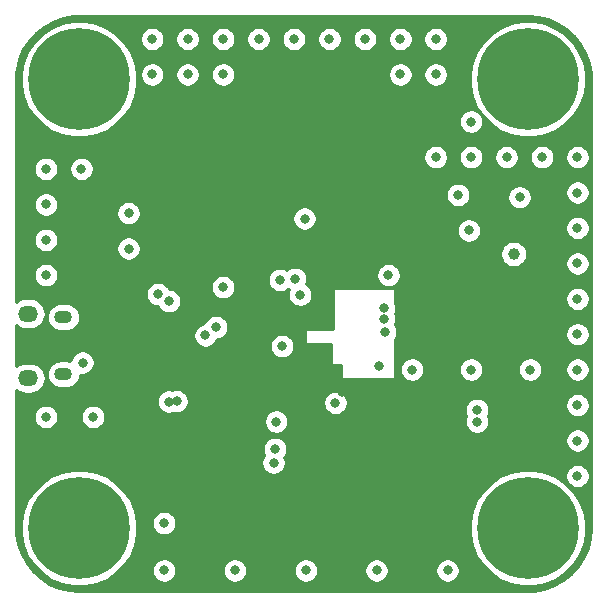
<source format=gbr>
G04 #@! TF.GenerationSoftware,KiCad,Pcbnew,5.1.5-52549c5~86~ubuntu18.04.1*
G04 #@! TF.CreationDate,2020-05-14T11:32:23-04:00*
G04 #@! TF.ProjectId,SoundBoard,536f756e-6442-46f6-9172-642e6b696361,rev?*
G04 #@! TF.SameCoordinates,Original*
G04 #@! TF.FileFunction,Copper,L3,Inr*
G04 #@! TF.FilePolarity,Positive*
%FSLAX46Y46*%
G04 Gerber Fmt 4.6, Leading zero omitted, Abs format (unit mm)*
G04 Created by KiCad (PCBNEW 5.1.5-52549c5~86~ubuntu18.04.1) date 2020-05-14 11:32:23*
%MOMM*%
%LPD*%
G04 APERTURE LIST*
%ADD10C,8.600000*%
%ADD11O,1.500000X1.100000*%
%ADD12O,1.700000X1.350000*%
%ADD13C,0.800000*%
%ADD14C,1.000000*%
%ADD15C,0.254000*%
G04 APERTURE END LIST*
D10*
X103800000Y-97400000D03*
X65800000Y-135400000D03*
X65800000Y-97400000D03*
X103800000Y-135400000D03*
D11*
X64485000Y-117555000D03*
X64485000Y-122395000D03*
D12*
X61485000Y-117245000D03*
X61485000Y-122705000D03*
D13*
X66100000Y-121400000D03*
X84517252Y-115652660D03*
X97900000Y-107200000D03*
D14*
X102600000Y-112200000D03*
D13*
X84900000Y-109200000D03*
X73400000Y-124700000D03*
X87500000Y-124800000D03*
X91200000Y-121700000D03*
X91600000Y-116800000D03*
X91600000Y-117700000D03*
X91700000Y-118800000D03*
X82500000Y-126400000D03*
X72000000Y-94000000D03*
X75000000Y-94000000D03*
X78000000Y-94000000D03*
X81000000Y-94000000D03*
X84000000Y-94000000D03*
X87000000Y-94000000D03*
X90000000Y-94000000D03*
X93000000Y-94000000D03*
X96000000Y-94000000D03*
X74061026Y-124655978D03*
X70000000Y-108750000D03*
X70000000Y-111750000D03*
X78000000Y-115000000D03*
X63000000Y-105000000D03*
X63000000Y-108000000D03*
X63000000Y-111000000D03*
X63000000Y-126000000D03*
X67000000Y-126000000D03*
X73000000Y-135000000D03*
X73000000Y-139000000D03*
X97000000Y-139000000D03*
X91000000Y-139000000D03*
X85000000Y-139000000D03*
X79000000Y-139000000D03*
X92000000Y-114000000D03*
X94000000Y-122000000D03*
X99000000Y-122000000D03*
X104000000Y-122000000D03*
X83000000Y-120000000D03*
X105000000Y-104000000D03*
X102000000Y-104000000D03*
X99000000Y-104000000D03*
X96000000Y-104000000D03*
X99000000Y-101000000D03*
X78000000Y-97000000D03*
X75000000Y-97000000D03*
X72000000Y-97000000D03*
X93000000Y-97000000D03*
X96000000Y-97000000D03*
X66000000Y-105000000D03*
X63000000Y-114000000D03*
X108000000Y-104000000D03*
X108000000Y-107000000D03*
X108000000Y-110000000D03*
X108000000Y-113000000D03*
X108000000Y-116000000D03*
X108000000Y-119000000D03*
X108000000Y-122000000D03*
X108000000Y-125000000D03*
X108000000Y-128000000D03*
X108000000Y-131000000D03*
X83300000Y-109200000D03*
D14*
X75800000Y-102700000D03*
X75800000Y-101400000D03*
X77900000Y-101300000D03*
X77900000Y-99900000D03*
X77900000Y-102600000D03*
X77900000Y-103900000D03*
X79700000Y-104800000D03*
X80800000Y-104800000D03*
X91300000Y-99500000D03*
X93400000Y-102300000D03*
X94200000Y-106500000D03*
X75300000Y-107500000D03*
X76400000Y-109700000D03*
X72500000Y-122800000D03*
X71400000Y-126900000D03*
X85100000Y-131600000D03*
X84800000Y-129100000D03*
D13*
X85400000Y-124000000D03*
X88077818Y-123846259D03*
X88500000Y-109000000D03*
D14*
X93800000Y-117200000D03*
D13*
X75450000Y-125000058D03*
X76500000Y-119100000D03*
X99500000Y-126400000D03*
X77400000Y-118400000D03*
X99500000Y-125400000D03*
X72500000Y-115600000D03*
X82276265Y-129874662D03*
X73400000Y-116200000D03*
X82400000Y-128700000D03*
X82800000Y-114400000D03*
X98800000Y-110200000D03*
X84100000Y-114300000D03*
X103100000Y-107400000D03*
D15*
G36*
X104671797Y-92133902D02*
G01*
X105520182Y-92347001D01*
X106322371Y-92695803D01*
X107056818Y-93170938D01*
X107703798Y-93759646D01*
X108245946Y-94446125D01*
X108668692Y-95211928D01*
X108960684Y-96036491D01*
X109116116Y-96909076D01*
X109140001Y-97415568D01*
X109140000Y-135372911D01*
X109066098Y-136271802D01*
X108852999Y-137120180D01*
X108504197Y-137922371D01*
X108029062Y-138656818D01*
X107440354Y-139303799D01*
X106753875Y-139845946D01*
X105988076Y-140268691D01*
X105163514Y-140560683D01*
X104290925Y-140716116D01*
X103784453Y-140740000D01*
X65827089Y-140740000D01*
X64928198Y-140666098D01*
X64079820Y-140452999D01*
X63277629Y-140104197D01*
X62543182Y-139629062D01*
X61896201Y-139040354D01*
X61354054Y-138353875D01*
X60931309Y-137588076D01*
X60639317Y-136763514D01*
X60483884Y-135890925D01*
X60460000Y-135384453D01*
X60460000Y-134913945D01*
X60865000Y-134913945D01*
X60865000Y-135886055D01*
X61054650Y-136839486D01*
X61426660Y-137737599D01*
X61966735Y-138545879D01*
X62654121Y-139233265D01*
X63462401Y-139773340D01*
X64360514Y-140145350D01*
X65313945Y-140335000D01*
X66286055Y-140335000D01*
X67239486Y-140145350D01*
X68137599Y-139773340D01*
X68945879Y-139233265D01*
X69281083Y-138898061D01*
X71965000Y-138898061D01*
X71965000Y-139101939D01*
X72004774Y-139301898D01*
X72082795Y-139490256D01*
X72196063Y-139659774D01*
X72340226Y-139803937D01*
X72509744Y-139917205D01*
X72698102Y-139995226D01*
X72898061Y-140035000D01*
X73101939Y-140035000D01*
X73301898Y-139995226D01*
X73490256Y-139917205D01*
X73659774Y-139803937D01*
X73803937Y-139659774D01*
X73917205Y-139490256D01*
X73995226Y-139301898D01*
X74035000Y-139101939D01*
X74035000Y-138898061D01*
X77965000Y-138898061D01*
X77965000Y-139101939D01*
X78004774Y-139301898D01*
X78082795Y-139490256D01*
X78196063Y-139659774D01*
X78340226Y-139803937D01*
X78509744Y-139917205D01*
X78698102Y-139995226D01*
X78898061Y-140035000D01*
X79101939Y-140035000D01*
X79301898Y-139995226D01*
X79490256Y-139917205D01*
X79659774Y-139803937D01*
X79803937Y-139659774D01*
X79917205Y-139490256D01*
X79995226Y-139301898D01*
X80035000Y-139101939D01*
X80035000Y-138898061D01*
X83965000Y-138898061D01*
X83965000Y-139101939D01*
X84004774Y-139301898D01*
X84082795Y-139490256D01*
X84196063Y-139659774D01*
X84340226Y-139803937D01*
X84509744Y-139917205D01*
X84698102Y-139995226D01*
X84898061Y-140035000D01*
X85101939Y-140035000D01*
X85301898Y-139995226D01*
X85490256Y-139917205D01*
X85659774Y-139803937D01*
X85803937Y-139659774D01*
X85917205Y-139490256D01*
X85995226Y-139301898D01*
X86035000Y-139101939D01*
X86035000Y-138898061D01*
X89965000Y-138898061D01*
X89965000Y-139101939D01*
X90004774Y-139301898D01*
X90082795Y-139490256D01*
X90196063Y-139659774D01*
X90340226Y-139803937D01*
X90509744Y-139917205D01*
X90698102Y-139995226D01*
X90898061Y-140035000D01*
X91101939Y-140035000D01*
X91301898Y-139995226D01*
X91490256Y-139917205D01*
X91659774Y-139803937D01*
X91803937Y-139659774D01*
X91917205Y-139490256D01*
X91995226Y-139301898D01*
X92035000Y-139101939D01*
X92035000Y-138898061D01*
X95965000Y-138898061D01*
X95965000Y-139101939D01*
X96004774Y-139301898D01*
X96082795Y-139490256D01*
X96196063Y-139659774D01*
X96340226Y-139803937D01*
X96509744Y-139917205D01*
X96698102Y-139995226D01*
X96898061Y-140035000D01*
X97101939Y-140035000D01*
X97301898Y-139995226D01*
X97490256Y-139917205D01*
X97659774Y-139803937D01*
X97803937Y-139659774D01*
X97917205Y-139490256D01*
X97995226Y-139301898D01*
X98035000Y-139101939D01*
X98035000Y-138898061D01*
X97995226Y-138698102D01*
X97917205Y-138509744D01*
X97803937Y-138340226D01*
X97659774Y-138196063D01*
X97490256Y-138082795D01*
X97301898Y-138004774D01*
X97101939Y-137965000D01*
X96898061Y-137965000D01*
X96698102Y-138004774D01*
X96509744Y-138082795D01*
X96340226Y-138196063D01*
X96196063Y-138340226D01*
X96082795Y-138509744D01*
X96004774Y-138698102D01*
X95965000Y-138898061D01*
X92035000Y-138898061D01*
X91995226Y-138698102D01*
X91917205Y-138509744D01*
X91803937Y-138340226D01*
X91659774Y-138196063D01*
X91490256Y-138082795D01*
X91301898Y-138004774D01*
X91101939Y-137965000D01*
X90898061Y-137965000D01*
X90698102Y-138004774D01*
X90509744Y-138082795D01*
X90340226Y-138196063D01*
X90196063Y-138340226D01*
X90082795Y-138509744D01*
X90004774Y-138698102D01*
X89965000Y-138898061D01*
X86035000Y-138898061D01*
X85995226Y-138698102D01*
X85917205Y-138509744D01*
X85803937Y-138340226D01*
X85659774Y-138196063D01*
X85490256Y-138082795D01*
X85301898Y-138004774D01*
X85101939Y-137965000D01*
X84898061Y-137965000D01*
X84698102Y-138004774D01*
X84509744Y-138082795D01*
X84340226Y-138196063D01*
X84196063Y-138340226D01*
X84082795Y-138509744D01*
X84004774Y-138698102D01*
X83965000Y-138898061D01*
X80035000Y-138898061D01*
X79995226Y-138698102D01*
X79917205Y-138509744D01*
X79803937Y-138340226D01*
X79659774Y-138196063D01*
X79490256Y-138082795D01*
X79301898Y-138004774D01*
X79101939Y-137965000D01*
X78898061Y-137965000D01*
X78698102Y-138004774D01*
X78509744Y-138082795D01*
X78340226Y-138196063D01*
X78196063Y-138340226D01*
X78082795Y-138509744D01*
X78004774Y-138698102D01*
X77965000Y-138898061D01*
X74035000Y-138898061D01*
X73995226Y-138698102D01*
X73917205Y-138509744D01*
X73803937Y-138340226D01*
X73659774Y-138196063D01*
X73490256Y-138082795D01*
X73301898Y-138004774D01*
X73101939Y-137965000D01*
X72898061Y-137965000D01*
X72698102Y-138004774D01*
X72509744Y-138082795D01*
X72340226Y-138196063D01*
X72196063Y-138340226D01*
X72082795Y-138509744D01*
X72004774Y-138698102D01*
X71965000Y-138898061D01*
X69281083Y-138898061D01*
X69633265Y-138545879D01*
X70173340Y-137737599D01*
X70545350Y-136839486D01*
X70735000Y-135886055D01*
X70735000Y-134913945D01*
X70731841Y-134898061D01*
X71965000Y-134898061D01*
X71965000Y-135101939D01*
X72004774Y-135301898D01*
X72082795Y-135490256D01*
X72196063Y-135659774D01*
X72340226Y-135803937D01*
X72509744Y-135917205D01*
X72698102Y-135995226D01*
X72898061Y-136035000D01*
X73101939Y-136035000D01*
X73301898Y-135995226D01*
X73490256Y-135917205D01*
X73659774Y-135803937D01*
X73803937Y-135659774D01*
X73917205Y-135490256D01*
X73995226Y-135301898D01*
X74035000Y-135101939D01*
X74035000Y-134913945D01*
X98865000Y-134913945D01*
X98865000Y-135886055D01*
X99054650Y-136839486D01*
X99426660Y-137737599D01*
X99966735Y-138545879D01*
X100654121Y-139233265D01*
X101462401Y-139773340D01*
X102360514Y-140145350D01*
X103313945Y-140335000D01*
X104286055Y-140335000D01*
X105239486Y-140145350D01*
X106137599Y-139773340D01*
X106945879Y-139233265D01*
X107633265Y-138545879D01*
X108173340Y-137737599D01*
X108545350Y-136839486D01*
X108735000Y-135886055D01*
X108735000Y-134913945D01*
X108545350Y-133960514D01*
X108173340Y-133062401D01*
X107633265Y-132254121D01*
X106945879Y-131566735D01*
X106137599Y-131026660D01*
X105827134Y-130898061D01*
X106965000Y-130898061D01*
X106965000Y-131101939D01*
X107004774Y-131301898D01*
X107082795Y-131490256D01*
X107196063Y-131659774D01*
X107340226Y-131803937D01*
X107509744Y-131917205D01*
X107698102Y-131995226D01*
X107898061Y-132035000D01*
X108101939Y-132035000D01*
X108301898Y-131995226D01*
X108490256Y-131917205D01*
X108659774Y-131803937D01*
X108803937Y-131659774D01*
X108917205Y-131490256D01*
X108995226Y-131301898D01*
X109035000Y-131101939D01*
X109035000Y-130898061D01*
X108995226Y-130698102D01*
X108917205Y-130509744D01*
X108803937Y-130340226D01*
X108659774Y-130196063D01*
X108490256Y-130082795D01*
X108301898Y-130004774D01*
X108101939Y-129965000D01*
X107898061Y-129965000D01*
X107698102Y-130004774D01*
X107509744Y-130082795D01*
X107340226Y-130196063D01*
X107196063Y-130340226D01*
X107082795Y-130509744D01*
X107004774Y-130698102D01*
X106965000Y-130898061D01*
X105827134Y-130898061D01*
X105239486Y-130654650D01*
X104286055Y-130465000D01*
X103313945Y-130465000D01*
X102360514Y-130654650D01*
X101462401Y-131026660D01*
X100654121Y-131566735D01*
X99966735Y-132254121D01*
X99426660Y-133062401D01*
X99054650Y-133960514D01*
X98865000Y-134913945D01*
X74035000Y-134913945D01*
X74035000Y-134898061D01*
X73995226Y-134698102D01*
X73917205Y-134509744D01*
X73803937Y-134340226D01*
X73659774Y-134196063D01*
X73490256Y-134082795D01*
X73301898Y-134004774D01*
X73101939Y-133965000D01*
X72898061Y-133965000D01*
X72698102Y-134004774D01*
X72509744Y-134082795D01*
X72340226Y-134196063D01*
X72196063Y-134340226D01*
X72082795Y-134509744D01*
X72004774Y-134698102D01*
X71965000Y-134898061D01*
X70731841Y-134898061D01*
X70545350Y-133960514D01*
X70173340Y-133062401D01*
X69633265Y-132254121D01*
X68945879Y-131566735D01*
X68137599Y-131026660D01*
X67239486Y-130654650D01*
X66286055Y-130465000D01*
X65313945Y-130465000D01*
X64360514Y-130654650D01*
X63462401Y-131026660D01*
X62654121Y-131566735D01*
X61966735Y-132254121D01*
X61426660Y-133062401D01*
X61054650Y-133960514D01*
X60865000Y-134913945D01*
X60460000Y-134913945D01*
X60460000Y-129772723D01*
X81241265Y-129772723D01*
X81241265Y-129976601D01*
X81281039Y-130176560D01*
X81359060Y-130364918D01*
X81472328Y-130534436D01*
X81616491Y-130678599D01*
X81786009Y-130791867D01*
X81974367Y-130869888D01*
X82174326Y-130909662D01*
X82378204Y-130909662D01*
X82578163Y-130869888D01*
X82766521Y-130791867D01*
X82936039Y-130678599D01*
X83080202Y-130534436D01*
X83193470Y-130364918D01*
X83271491Y-130176560D01*
X83311265Y-129976601D01*
X83311265Y-129772723D01*
X83271491Y-129572764D01*
X83193470Y-129384406D01*
X83187796Y-129375915D01*
X83203937Y-129359774D01*
X83317205Y-129190256D01*
X83395226Y-129001898D01*
X83435000Y-128801939D01*
X83435000Y-128598061D01*
X83395226Y-128398102D01*
X83317205Y-128209744D01*
X83203937Y-128040226D01*
X83061772Y-127898061D01*
X106965000Y-127898061D01*
X106965000Y-128101939D01*
X107004774Y-128301898D01*
X107082795Y-128490256D01*
X107196063Y-128659774D01*
X107340226Y-128803937D01*
X107509744Y-128917205D01*
X107698102Y-128995226D01*
X107898061Y-129035000D01*
X108101939Y-129035000D01*
X108301898Y-128995226D01*
X108490256Y-128917205D01*
X108659774Y-128803937D01*
X108803937Y-128659774D01*
X108917205Y-128490256D01*
X108995226Y-128301898D01*
X109035000Y-128101939D01*
X109035000Y-127898061D01*
X108995226Y-127698102D01*
X108917205Y-127509744D01*
X108803937Y-127340226D01*
X108659774Y-127196063D01*
X108490256Y-127082795D01*
X108301898Y-127004774D01*
X108101939Y-126965000D01*
X107898061Y-126965000D01*
X107698102Y-127004774D01*
X107509744Y-127082795D01*
X107340226Y-127196063D01*
X107196063Y-127340226D01*
X107082795Y-127509744D01*
X107004774Y-127698102D01*
X106965000Y-127898061D01*
X83061772Y-127898061D01*
X83059774Y-127896063D01*
X82890256Y-127782795D01*
X82701898Y-127704774D01*
X82501939Y-127665000D01*
X82298061Y-127665000D01*
X82098102Y-127704774D01*
X81909744Y-127782795D01*
X81740226Y-127896063D01*
X81596063Y-128040226D01*
X81482795Y-128209744D01*
X81404774Y-128398102D01*
X81365000Y-128598061D01*
X81365000Y-128801939D01*
X81404774Y-129001898D01*
X81482795Y-129190256D01*
X81488469Y-129198747D01*
X81472328Y-129214888D01*
X81359060Y-129384406D01*
X81281039Y-129572764D01*
X81241265Y-129772723D01*
X60460000Y-129772723D01*
X60460000Y-125898061D01*
X61965000Y-125898061D01*
X61965000Y-126101939D01*
X62004774Y-126301898D01*
X62082795Y-126490256D01*
X62196063Y-126659774D01*
X62340226Y-126803937D01*
X62509744Y-126917205D01*
X62698102Y-126995226D01*
X62898061Y-127035000D01*
X63101939Y-127035000D01*
X63301898Y-126995226D01*
X63490256Y-126917205D01*
X63659774Y-126803937D01*
X63803937Y-126659774D01*
X63917205Y-126490256D01*
X63995226Y-126301898D01*
X64035000Y-126101939D01*
X64035000Y-125898061D01*
X65965000Y-125898061D01*
X65965000Y-126101939D01*
X66004774Y-126301898D01*
X66082795Y-126490256D01*
X66196063Y-126659774D01*
X66340226Y-126803937D01*
X66509744Y-126917205D01*
X66698102Y-126995226D01*
X66898061Y-127035000D01*
X67101939Y-127035000D01*
X67301898Y-126995226D01*
X67490256Y-126917205D01*
X67659774Y-126803937D01*
X67803937Y-126659774D01*
X67917205Y-126490256D01*
X67995226Y-126301898D01*
X67995989Y-126298061D01*
X81465000Y-126298061D01*
X81465000Y-126501939D01*
X81504774Y-126701898D01*
X81582795Y-126890256D01*
X81696063Y-127059774D01*
X81840226Y-127203937D01*
X82009744Y-127317205D01*
X82198102Y-127395226D01*
X82398061Y-127435000D01*
X82601939Y-127435000D01*
X82801898Y-127395226D01*
X82990256Y-127317205D01*
X83159774Y-127203937D01*
X83303937Y-127059774D01*
X83417205Y-126890256D01*
X83495226Y-126701898D01*
X83535000Y-126501939D01*
X83535000Y-126298061D01*
X83495226Y-126098102D01*
X83417205Y-125909744D01*
X83303937Y-125740226D01*
X83159774Y-125596063D01*
X82990256Y-125482795D01*
X82801898Y-125404774D01*
X82601939Y-125365000D01*
X82398061Y-125365000D01*
X82198102Y-125404774D01*
X82009744Y-125482795D01*
X81840226Y-125596063D01*
X81696063Y-125740226D01*
X81582795Y-125909744D01*
X81504774Y-126098102D01*
X81465000Y-126298061D01*
X67995989Y-126298061D01*
X68035000Y-126101939D01*
X68035000Y-125898061D01*
X67995226Y-125698102D01*
X67917205Y-125509744D01*
X67803937Y-125340226D01*
X67659774Y-125196063D01*
X67490256Y-125082795D01*
X67301898Y-125004774D01*
X67101939Y-124965000D01*
X66898061Y-124965000D01*
X66698102Y-125004774D01*
X66509744Y-125082795D01*
X66340226Y-125196063D01*
X66196063Y-125340226D01*
X66082795Y-125509744D01*
X66004774Y-125698102D01*
X65965000Y-125898061D01*
X64035000Y-125898061D01*
X63995226Y-125698102D01*
X63917205Y-125509744D01*
X63803937Y-125340226D01*
X63659774Y-125196063D01*
X63490256Y-125082795D01*
X63301898Y-125004774D01*
X63101939Y-124965000D01*
X62898061Y-124965000D01*
X62698102Y-125004774D01*
X62509744Y-125082795D01*
X62340226Y-125196063D01*
X62196063Y-125340226D01*
X62082795Y-125509744D01*
X62004774Y-125698102D01*
X61965000Y-125898061D01*
X60460000Y-125898061D01*
X60460000Y-124598061D01*
X72365000Y-124598061D01*
X72365000Y-124801939D01*
X72404774Y-125001898D01*
X72482795Y-125190256D01*
X72596063Y-125359774D01*
X72740226Y-125503937D01*
X72909744Y-125617205D01*
X73098102Y-125695226D01*
X73298061Y-125735000D01*
X73501939Y-125735000D01*
X73701898Y-125695226D01*
X73792264Y-125657795D01*
X73959087Y-125690978D01*
X74162965Y-125690978D01*
X74362924Y-125651204D01*
X74551282Y-125573183D01*
X74720800Y-125459915D01*
X74864963Y-125315752D01*
X74978231Y-125146234D01*
X75056252Y-124957876D01*
X75096026Y-124757917D01*
X75096026Y-124698061D01*
X86465000Y-124698061D01*
X86465000Y-124901939D01*
X86504774Y-125101898D01*
X86582795Y-125290256D01*
X86696063Y-125459774D01*
X86840226Y-125603937D01*
X87009744Y-125717205D01*
X87198102Y-125795226D01*
X87398061Y-125835000D01*
X87601939Y-125835000D01*
X87801898Y-125795226D01*
X87990256Y-125717205D01*
X88159774Y-125603937D01*
X88303937Y-125459774D01*
X88411989Y-125298061D01*
X98465000Y-125298061D01*
X98465000Y-125501939D01*
X98504774Y-125701898D01*
X98582795Y-125890256D01*
X98589306Y-125900000D01*
X98582795Y-125909744D01*
X98504774Y-126098102D01*
X98465000Y-126298061D01*
X98465000Y-126501939D01*
X98504774Y-126701898D01*
X98582795Y-126890256D01*
X98696063Y-127059774D01*
X98840226Y-127203937D01*
X99009744Y-127317205D01*
X99198102Y-127395226D01*
X99398061Y-127435000D01*
X99601939Y-127435000D01*
X99801898Y-127395226D01*
X99990256Y-127317205D01*
X100159774Y-127203937D01*
X100303937Y-127059774D01*
X100417205Y-126890256D01*
X100495226Y-126701898D01*
X100535000Y-126501939D01*
X100535000Y-126298061D01*
X100495226Y-126098102D01*
X100417205Y-125909744D01*
X100410694Y-125900000D01*
X100417205Y-125890256D01*
X100495226Y-125701898D01*
X100535000Y-125501939D01*
X100535000Y-125298061D01*
X100495226Y-125098102D01*
X100417205Y-124909744D01*
X100409399Y-124898061D01*
X106965000Y-124898061D01*
X106965000Y-125101939D01*
X107004774Y-125301898D01*
X107082795Y-125490256D01*
X107196063Y-125659774D01*
X107340226Y-125803937D01*
X107509744Y-125917205D01*
X107698102Y-125995226D01*
X107898061Y-126035000D01*
X108101939Y-126035000D01*
X108301898Y-125995226D01*
X108490256Y-125917205D01*
X108659774Y-125803937D01*
X108803937Y-125659774D01*
X108917205Y-125490256D01*
X108995226Y-125301898D01*
X109035000Y-125101939D01*
X109035000Y-124898061D01*
X108995226Y-124698102D01*
X108917205Y-124509744D01*
X108803937Y-124340226D01*
X108659774Y-124196063D01*
X108490256Y-124082795D01*
X108301898Y-124004774D01*
X108101939Y-123965000D01*
X107898061Y-123965000D01*
X107698102Y-124004774D01*
X107509744Y-124082795D01*
X107340226Y-124196063D01*
X107196063Y-124340226D01*
X107082795Y-124509744D01*
X107004774Y-124698102D01*
X106965000Y-124898061D01*
X100409399Y-124898061D01*
X100303937Y-124740226D01*
X100159774Y-124596063D01*
X99990256Y-124482795D01*
X99801898Y-124404774D01*
X99601939Y-124365000D01*
X99398061Y-124365000D01*
X99198102Y-124404774D01*
X99009744Y-124482795D01*
X98840226Y-124596063D01*
X98696063Y-124740226D01*
X98582795Y-124909744D01*
X98504774Y-125098102D01*
X98465000Y-125298061D01*
X88411989Y-125298061D01*
X88417205Y-125290256D01*
X88495226Y-125101898D01*
X88535000Y-124901939D01*
X88535000Y-124698061D01*
X88495226Y-124498102D01*
X88417205Y-124309744D01*
X88303937Y-124140226D01*
X88159774Y-123996063D01*
X87990256Y-123882795D01*
X87801898Y-123804774D01*
X87601939Y-123765000D01*
X87398061Y-123765000D01*
X87198102Y-123804774D01*
X87009744Y-123882795D01*
X86840226Y-123996063D01*
X86696063Y-124140226D01*
X86582795Y-124309744D01*
X86504774Y-124498102D01*
X86465000Y-124698061D01*
X75096026Y-124698061D01*
X75096026Y-124554039D01*
X75056252Y-124354080D01*
X74978231Y-124165722D01*
X74864963Y-123996204D01*
X74720800Y-123852041D01*
X74551282Y-123738773D01*
X74362924Y-123660752D01*
X74162965Y-123620978D01*
X73959087Y-123620978D01*
X73759128Y-123660752D01*
X73668762Y-123698183D01*
X73501939Y-123665000D01*
X73298061Y-123665000D01*
X73098102Y-123704774D01*
X72909744Y-123782795D01*
X72740226Y-123896063D01*
X72596063Y-124040226D01*
X72482795Y-124209744D01*
X72404774Y-124398102D01*
X72365000Y-124598061D01*
X60460000Y-124598061D01*
X60460000Y-123702096D01*
X60578682Y-123799495D01*
X60806259Y-123921138D01*
X61053195Y-123996045D01*
X61245649Y-124015000D01*
X61724351Y-124015000D01*
X61916805Y-123996045D01*
X62163741Y-123921138D01*
X62391318Y-123799495D01*
X62590792Y-123635792D01*
X62754495Y-123436318D01*
X62876138Y-123208741D01*
X62951045Y-122961805D01*
X62976338Y-122705000D01*
X62951045Y-122448195D01*
X62934909Y-122395000D01*
X63094267Y-122395000D01*
X63117147Y-122627300D01*
X63184906Y-122850674D01*
X63294942Y-123056536D01*
X63443025Y-123236975D01*
X63623464Y-123385058D01*
X63829326Y-123495094D01*
X64052700Y-123562853D01*
X64226793Y-123580000D01*
X64743207Y-123580000D01*
X64917300Y-123562853D01*
X65140674Y-123495094D01*
X65346536Y-123385058D01*
X65526975Y-123236975D01*
X65675058Y-123056536D01*
X65785094Y-122850674D01*
X65852853Y-122627300D01*
X65874219Y-122410367D01*
X65998061Y-122435000D01*
X66201939Y-122435000D01*
X66401898Y-122395226D01*
X66590256Y-122317205D01*
X66759774Y-122203937D01*
X66903937Y-122059774D01*
X67017205Y-121890256D01*
X67095226Y-121701898D01*
X67135000Y-121501939D01*
X67135000Y-121298061D01*
X67095226Y-121098102D01*
X67017205Y-120909744D01*
X66903937Y-120740226D01*
X66759774Y-120596063D01*
X66590256Y-120482795D01*
X66401898Y-120404774D01*
X66201939Y-120365000D01*
X65998061Y-120365000D01*
X65798102Y-120404774D01*
X65609744Y-120482795D01*
X65440226Y-120596063D01*
X65296063Y-120740226D01*
X65182795Y-120909744D01*
X65104774Y-121098102D01*
X65069898Y-121273437D01*
X64917300Y-121227147D01*
X64743207Y-121210000D01*
X64226793Y-121210000D01*
X64052700Y-121227147D01*
X63829326Y-121294906D01*
X63623464Y-121404942D01*
X63443025Y-121553025D01*
X63294942Y-121733464D01*
X63184906Y-121939326D01*
X63117147Y-122162700D01*
X63094267Y-122395000D01*
X62934909Y-122395000D01*
X62876138Y-122201259D01*
X62754495Y-121973682D01*
X62590792Y-121774208D01*
X62391318Y-121610505D01*
X62163741Y-121488862D01*
X61916805Y-121413955D01*
X61724351Y-121395000D01*
X61245649Y-121395000D01*
X61053195Y-121413955D01*
X60806259Y-121488862D01*
X60578682Y-121610505D01*
X60460000Y-121707904D01*
X60460000Y-118998061D01*
X75465000Y-118998061D01*
X75465000Y-119201939D01*
X75504774Y-119401898D01*
X75582795Y-119590256D01*
X75696063Y-119759774D01*
X75840226Y-119903937D01*
X76009744Y-120017205D01*
X76198102Y-120095226D01*
X76398061Y-120135000D01*
X76601939Y-120135000D01*
X76801898Y-120095226D01*
X76990256Y-120017205D01*
X77159774Y-119903937D01*
X77165650Y-119898061D01*
X81965000Y-119898061D01*
X81965000Y-120101939D01*
X82004774Y-120301898D01*
X82082795Y-120490256D01*
X82196063Y-120659774D01*
X82340226Y-120803937D01*
X82509744Y-120917205D01*
X82698102Y-120995226D01*
X82898061Y-121035000D01*
X83101939Y-121035000D01*
X83301898Y-120995226D01*
X83490256Y-120917205D01*
X83659774Y-120803937D01*
X83803937Y-120659774D01*
X83917205Y-120490256D01*
X83995226Y-120301898D01*
X84035000Y-120101939D01*
X84035000Y-119898061D01*
X83995226Y-119698102D01*
X83917205Y-119509744D01*
X83803937Y-119340226D01*
X83659774Y-119196063D01*
X83490256Y-119082795D01*
X83301898Y-119004774D01*
X83101939Y-118965000D01*
X82898061Y-118965000D01*
X82698102Y-119004774D01*
X82509744Y-119082795D01*
X82340226Y-119196063D01*
X82196063Y-119340226D01*
X82082795Y-119509744D01*
X82004774Y-119698102D01*
X81965000Y-119898061D01*
X77165650Y-119898061D01*
X77303937Y-119759774D01*
X77417205Y-119590256D01*
X77481515Y-119435000D01*
X77501939Y-119435000D01*
X77701898Y-119395226D01*
X77890256Y-119317205D01*
X78059774Y-119203937D01*
X78203937Y-119059774D01*
X78317205Y-118890256D01*
X78395226Y-118701898D01*
X78395603Y-118700000D01*
X84973000Y-118700000D01*
X84973000Y-119700000D01*
X84975440Y-119724776D01*
X84982667Y-119748601D01*
X84994403Y-119770557D01*
X85010197Y-119789803D01*
X85029443Y-119805597D01*
X85051399Y-119817333D01*
X85075224Y-119824560D01*
X85100000Y-119827000D01*
X87173000Y-119827000D01*
X87173000Y-121500000D01*
X87175440Y-121524776D01*
X87182667Y-121548601D01*
X87194403Y-121570557D01*
X87210197Y-121589803D01*
X87229443Y-121605597D01*
X87251399Y-121617333D01*
X87275224Y-121624560D01*
X87300000Y-121627000D01*
X87973000Y-121627000D01*
X87973000Y-122700000D01*
X87975440Y-122724776D01*
X87982667Y-122748601D01*
X87994403Y-122770557D01*
X88010197Y-122789803D01*
X88029443Y-122805597D01*
X88051399Y-122817333D01*
X88075224Y-122824560D01*
X88100000Y-122827000D01*
X92387500Y-122827000D01*
X92412276Y-122824560D01*
X92436101Y-122817333D01*
X92458057Y-122805597D01*
X92477303Y-122789803D01*
X92493097Y-122770557D01*
X92504833Y-122748601D01*
X92512060Y-122724776D01*
X92514499Y-122700423D01*
X92517173Y-121898061D01*
X92965000Y-121898061D01*
X92965000Y-122101939D01*
X93004774Y-122301898D01*
X93082795Y-122490256D01*
X93196063Y-122659774D01*
X93340226Y-122803937D01*
X93509744Y-122917205D01*
X93698102Y-122995226D01*
X93898061Y-123035000D01*
X94101939Y-123035000D01*
X94301898Y-122995226D01*
X94490256Y-122917205D01*
X94659774Y-122803937D01*
X94803937Y-122659774D01*
X94917205Y-122490256D01*
X94995226Y-122301898D01*
X95035000Y-122101939D01*
X95035000Y-121898061D01*
X97965000Y-121898061D01*
X97965000Y-122101939D01*
X98004774Y-122301898D01*
X98082795Y-122490256D01*
X98196063Y-122659774D01*
X98340226Y-122803937D01*
X98509744Y-122917205D01*
X98698102Y-122995226D01*
X98898061Y-123035000D01*
X99101939Y-123035000D01*
X99301898Y-122995226D01*
X99490256Y-122917205D01*
X99659774Y-122803937D01*
X99803937Y-122659774D01*
X99917205Y-122490256D01*
X99995226Y-122301898D01*
X100035000Y-122101939D01*
X100035000Y-121898061D01*
X102965000Y-121898061D01*
X102965000Y-122101939D01*
X103004774Y-122301898D01*
X103082795Y-122490256D01*
X103196063Y-122659774D01*
X103340226Y-122803937D01*
X103509744Y-122917205D01*
X103698102Y-122995226D01*
X103898061Y-123035000D01*
X104101939Y-123035000D01*
X104301898Y-122995226D01*
X104490256Y-122917205D01*
X104659774Y-122803937D01*
X104803937Y-122659774D01*
X104917205Y-122490256D01*
X104995226Y-122301898D01*
X105035000Y-122101939D01*
X105035000Y-121898061D01*
X106965000Y-121898061D01*
X106965000Y-122101939D01*
X107004774Y-122301898D01*
X107082795Y-122490256D01*
X107196063Y-122659774D01*
X107340226Y-122803937D01*
X107509744Y-122917205D01*
X107698102Y-122995226D01*
X107898061Y-123035000D01*
X108101939Y-123035000D01*
X108301898Y-122995226D01*
X108490256Y-122917205D01*
X108659774Y-122803937D01*
X108803937Y-122659774D01*
X108917205Y-122490256D01*
X108995226Y-122301898D01*
X109035000Y-122101939D01*
X109035000Y-121898061D01*
X108995226Y-121698102D01*
X108917205Y-121509744D01*
X108803937Y-121340226D01*
X108659774Y-121196063D01*
X108490256Y-121082795D01*
X108301898Y-121004774D01*
X108101939Y-120965000D01*
X107898061Y-120965000D01*
X107698102Y-121004774D01*
X107509744Y-121082795D01*
X107340226Y-121196063D01*
X107196063Y-121340226D01*
X107082795Y-121509744D01*
X107004774Y-121698102D01*
X106965000Y-121898061D01*
X105035000Y-121898061D01*
X104995226Y-121698102D01*
X104917205Y-121509744D01*
X104803937Y-121340226D01*
X104659774Y-121196063D01*
X104490256Y-121082795D01*
X104301898Y-121004774D01*
X104101939Y-120965000D01*
X103898061Y-120965000D01*
X103698102Y-121004774D01*
X103509744Y-121082795D01*
X103340226Y-121196063D01*
X103196063Y-121340226D01*
X103082795Y-121509744D01*
X103004774Y-121698102D01*
X102965000Y-121898061D01*
X100035000Y-121898061D01*
X99995226Y-121698102D01*
X99917205Y-121509744D01*
X99803937Y-121340226D01*
X99659774Y-121196063D01*
X99490256Y-121082795D01*
X99301898Y-121004774D01*
X99101939Y-120965000D01*
X98898061Y-120965000D01*
X98698102Y-121004774D01*
X98509744Y-121082795D01*
X98340226Y-121196063D01*
X98196063Y-121340226D01*
X98082795Y-121509744D01*
X98004774Y-121698102D01*
X97965000Y-121898061D01*
X95035000Y-121898061D01*
X94995226Y-121698102D01*
X94917205Y-121509744D01*
X94803937Y-121340226D01*
X94659774Y-121196063D01*
X94490256Y-121082795D01*
X94301898Y-121004774D01*
X94101939Y-120965000D01*
X93898061Y-120965000D01*
X93698102Y-121004774D01*
X93509744Y-121082795D01*
X93340226Y-121196063D01*
X93196063Y-121340226D01*
X93082795Y-121509744D01*
X93004774Y-121698102D01*
X92965000Y-121898061D01*
X92517173Y-121898061D01*
X92525408Y-119427640D01*
X92617205Y-119290256D01*
X92695226Y-119101898D01*
X92735000Y-118901939D01*
X92735000Y-118898061D01*
X106965000Y-118898061D01*
X106965000Y-119101939D01*
X107004774Y-119301898D01*
X107082795Y-119490256D01*
X107196063Y-119659774D01*
X107340226Y-119803937D01*
X107509744Y-119917205D01*
X107698102Y-119995226D01*
X107898061Y-120035000D01*
X108101939Y-120035000D01*
X108301898Y-119995226D01*
X108490256Y-119917205D01*
X108659774Y-119803937D01*
X108803937Y-119659774D01*
X108917205Y-119490256D01*
X108995226Y-119301898D01*
X109035000Y-119101939D01*
X109035000Y-118898061D01*
X108995226Y-118698102D01*
X108917205Y-118509744D01*
X108803937Y-118340226D01*
X108659774Y-118196063D01*
X108490256Y-118082795D01*
X108301898Y-118004774D01*
X108101939Y-117965000D01*
X107898061Y-117965000D01*
X107698102Y-118004774D01*
X107509744Y-118082795D01*
X107340226Y-118196063D01*
X107196063Y-118340226D01*
X107082795Y-118509744D01*
X107004774Y-118698102D01*
X106965000Y-118898061D01*
X92735000Y-118898061D01*
X92735000Y-118698061D01*
X92695226Y-118498102D01*
X92617205Y-118309744D01*
X92529572Y-118178592D01*
X92529633Y-118160252D01*
X92595226Y-118001898D01*
X92635000Y-117801939D01*
X92635000Y-117598061D01*
X92595226Y-117398102D01*
X92533880Y-117250000D01*
X92595226Y-117101898D01*
X92635000Y-116901939D01*
X92635000Y-116698061D01*
X92595226Y-116498102D01*
X92535653Y-116354281D01*
X92537173Y-115898061D01*
X106965000Y-115898061D01*
X106965000Y-116101939D01*
X107004774Y-116301898D01*
X107082795Y-116490256D01*
X107196063Y-116659774D01*
X107340226Y-116803937D01*
X107509744Y-116917205D01*
X107698102Y-116995226D01*
X107898061Y-117035000D01*
X108101939Y-117035000D01*
X108301898Y-116995226D01*
X108490256Y-116917205D01*
X108659774Y-116803937D01*
X108803937Y-116659774D01*
X108917205Y-116490256D01*
X108995226Y-116301898D01*
X109035000Y-116101939D01*
X109035000Y-115898061D01*
X108995226Y-115698102D01*
X108917205Y-115509744D01*
X108803937Y-115340226D01*
X108659774Y-115196063D01*
X108490256Y-115082795D01*
X108301898Y-115004774D01*
X108101939Y-114965000D01*
X107898061Y-114965000D01*
X107698102Y-115004774D01*
X107509744Y-115082795D01*
X107340226Y-115196063D01*
X107196063Y-115340226D01*
X107082795Y-115509744D01*
X107004774Y-115698102D01*
X106965000Y-115898061D01*
X92537173Y-115898061D01*
X92539499Y-115200423D01*
X92537142Y-115175639D01*
X92529994Y-115151791D01*
X92518331Y-115129795D01*
X92502601Y-115110497D01*
X92483409Y-115094639D01*
X92461492Y-115082830D01*
X92437692Y-115075524D01*
X92412500Y-115073000D01*
X87400000Y-115073000D01*
X87375224Y-115075440D01*
X87351399Y-115082667D01*
X87329443Y-115094403D01*
X87310197Y-115110197D01*
X87294403Y-115129443D01*
X87282667Y-115151399D01*
X87275440Y-115175224D01*
X87273000Y-115200000D01*
X87273000Y-118573000D01*
X85100000Y-118573000D01*
X85075224Y-118575440D01*
X85051399Y-118582667D01*
X85029443Y-118594403D01*
X85010197Y-118610197D01*
X84994403Y-118629443D01*
X84982667Y-118651399D01*
X84975440Y-118675224D01*
X84973000Y-118700000D01*
X78395603Y-118700000D01*
X78435000Y-118501939D01*
X78435000Y-118298061D01*
X78395226Y-118098102D01*
X78317205Y-117909744D01*
X78203937Y-117740226D01*
X78059774Y-117596063D01*
X77890256Y-117482795D01*
X77701898Y-117404774D01*
X77501939Y-117365000D01*
X77298061Y-117365000D01*
X77098102Y-117404774D01*
X76909744Y-117482795D01*
X76740226Y-117596063D01*
X76596063Y-117740226D01*
X76482795Y-117909744D01*
X76418485Y-118065000D01*
X76398061Y-118065000D01*
X76198102Y-118104774D01*
X76009744Y-118182795D01*
X75840226Y-118296063D01*
X75696063Y-118440226D01*
X75582795Y-118609744D01*
X75504774Y-118798102D01*
X75465000Y-118998061D01*
X60460000Y-118998061D01*
X60460000Y-118242096D01*
X60578682Y-118339495D01*
X60806259Y-118461138D01*
X61053195Y-118536045D01*
X61245649Y-118555000D01*
X61724351Y-118555000D01*
X61916805Y-118536045D01*
X62163741Y-118461138D01*
X62391318Y-118339495D01*
X62590792Y-118175792D01*
X62754495Y-117976318D01*
X62876138Y-117748741D01*
X62934908Y-117555000D01*
X63094267Y-117555000D01*
X63117147Y-117787300D01*
X63184906Y-118010674D01*
X63294942Y-118216536D01*
X63443025Y-118396975D01*
X63623464Y-118545058D01*
X63829326Y-118655094D01*
X64052700Y-118722853D01*
X64226793Y-118740000D01*
X64743207Y-118740000D01*
X64917300Y-118722853D01*
X65140674Y-118655094D01*
X65346536Y-118545058D01*
X65526975Y-118396975D01*
X65675058Y-118216536D01*
X65785094Y-118010674D01*
X65852853Y-117787300D01*
X65875733Y-117555000D01*
X65852853Y-117322700D01*
X65785094Y-117099326D01*
X65675058Y-116893464D01*
X65526975Y-116713025D01*
X65346536Y-116564942D01*
X65140674Y-116454906D01*
X64917300Y-116387147D01*
X64743207Y-116370000D01*
X64226793Y-116370000D01*
X64052700Y-116387147D01*
X63829326Y-116454906D01*
X63623464Y-116564942D01*
X63443025Y-116713025D01*
X63294942Y-116893464D01*
X63184906Y-117099326D01*
X63117147Y-117322700D01*
X63094267Y-117555000D01*
X62934908Y-117555000D01*
X62951045Y-117501805D01*
X62976338Y-117245000D01*
X62951045Y-116988195D01*
X62876138Y-116741259D01*
X62754495Y-116513682D01*
X62590792Y-116314208D01*
X62391318Y-116150505D01*
X62163741Y-116028862D01*
X61916805Y-115953955D01*
X61724351Y-115935000D01*
X61245649Y-115935000D01*
X61053195Y-115953955D01*
X60806259Y-116028862D01*
X60578682Y-116150505D01*
X60460000Y-116247904D01*
X60460000Y-115498061D01*
X71465000Y-115498061D01*
X71465000Y-115701939D01*
X71504774Y-115901898D01*
X71582795Y-116090256D01*
X71696063Y-116259774D01*
X71840226Y-116403937D01*
X72009744Y-116517205D01*
X72198102Y-116595226D01*
X72398061Y-116635000D01*
X72459907Y-116635000D01*
X72482795Y-116690256D01*
X72596063Y-116859774D01*
X72740226Y-117003937D01*
X72909744Y-117117205D01*
X73098102Y-117195226D01*
X73298061Y-117235000D01*
X73501939Y-117235000D01*
X73701898Y-117195226D01*
X73890256Y-117117205D01*
X74059774Y-117003937D01*
X74203937Y-116859774D01*
X74317205Y-116690256D01*
X74395226Y-116501898D01*
X74435000Y-116301939D01*
X74435000Y-116098061D01*
X74395226Y-115898102D01*
X74317205Y-115709744D01*
X74203937Y-115540226D01*
X74059774Y-115396063D01*
X73890256Y-115282795D01*
X73701898Y-115204774D01*
X73501939Y-115165000D01*
X73440093Y-115165000D01*
X73417205Y-115109744D01*
X73303937Y-114940226D01*
X73261772Y-114898061D01*
X76965000Y-114898061D01*
X76965000Y-115101939D01*
X77004774Y-115301898D01*
X77082795Y-115490256D01*
X77196063Y-115659774D01*
X77340226Y-115803937D01*
X77509744Y-115917205D01*
X77698102Y-115995226D01*
X77898061Y-116035000D01*
X78101939Y-116035000D01*
X78301898Y-115995226D01*
X78490256Y-115917205D01*
X78659774Y-115803937D01*
X78803937Y-115659774D01*
X78917205Y-115490256D01*
X78995226Y-115301898D01*
X79035000Y-115101939D01*
X79035000Y-114898061D01*
X78995226Y-114698102D01*
X78917205Y-114509744D01*
X78803937Y-114340226D01*
X78761772Y-114298061D01*
X81765000Y-114298061D01*
X81765000Y-114501939D01*
X81804774Y-114701898D01*
X81882795Y-114890256D01*
X81996063Y-115059774D01*
X82140226Y-115203937D01*
X82309744Y-115317205D01*
X82498102Y-115395226D01*
X82698061Y-115435000D01*
X82901939Y-115435000D01*
X83101898Y-115395226D01*
X83290256Y-115317205D01*
X83459774Y-115203937D01*
X83511890Y-115151821D01*
X83584370Y-115200251D01*
X83522026Y-115350762D01*
X83482252Y-115550721D01*
X83482252Y-115754599D01*
X83522026Y-115954558D01*
X83600047Y-116142916D01*
X83713315Y-116312434D01*
X83857478Y-116456597D01*
X84026996Y-116569865D01*
X84215354Y-116647886D01*
X84415313Y-116687660D01*
X84619191Y-116687660D01*
X84819150Y-116647886D01*
X85007508Y-116569865D01*
X85177026Y-116456597D01*
X85321189Y-116312434D01*
X85434457Y-116142916D01*
X85512478Y-115954558D01*
X85552252Y-115754599D01*
X85552252Y-115550721D01*
X85512478Y-115350762D01*
X85434457Y-115162404D01*
X85321189Y-114992886D01*
X85177026Y-114848723D01*
X85032882Y-114752409D01*
X85095226Y-114601898D01*
X85135000Y-114401939D01*
X85135000Y-114198061D01*
X85095226Y-113998102D01*
X85053788Y-113898061D01*
X90965000Y-113898061D01*
X90965000Y-114101939D01*
X91004774Y-114301898D01*
X91082795Y-114490256D01*
X91196063Y-114659774D01*
X91340226Y-114803937D01*
X91509744Y-114917205D01*
X91698102Y-114995226D01*
X91898061Y-115035000D01*
X92101939Y-115035000D01*
X92301898Y-114995226D01*
X92490256Y-114917205D01*
X92659774Y-114803937D01*
X92803937Y-114659774D01*
X92917205Y-114490256D01*
X92995226Y-114301898D01*
X93035000Y-114101939D01*
X93035000Y-113898061D01*
X92995226Y-113698102D01*
X92917205Y-113509744D01*
X92803937Y-113340226D01*
X92659774Y-113196063D01*
X92490256Y-113082795D01*
X92301898Y-113004774D01*
X92101939Y-112965000D01*
X91898061Y-112965000D01*
X91698102Y-113004774D01*
X91509744Y-113082795D01*
X91340226Y-113196063D01*
X91196063Y-113340226D01*
X91082795Y-113509744D01*
X91004774Y-113698102D01*
X90965000Y-113898061D01*
X85053788Y-113898061D01*
X85017205Y-113809744D01*
X84903937Y-113640226D01*
X84759774Y-113496063D01*
X84590256Y-113382795D01*
X84401898Y-113304774D01*
X84201939Y-113265000D01*
X83998061Y-113265000D01*
X83798102Y-113304774D01*
X83609744Y-113382795D01*
X83440226Y-113496063D01*
X83388110Y-113548179D01*
X83290256Y-113482795D01*
X83101898Y-113404774D01*
X82901939Y-113365000D01*
X82698061Y-113365000D01*
X82498102Y-113404774D01*
X82309744Y-113482795D01*
X82140226Y-113596063D01*
X81996063Y-113740226D01*
X81882795Y-113909744D01*
X81804774Y-114098102D01*
X81765000Y-114298061D01*
X78761772Y-114298061D01*
X78659774Y-114196063D01*
X78490256Y-114082795D01*
X78301898Y-114004774D01*
X78101939Y-113965000D01*
X77898061Y-113965000D01*
X77698102Y-114004774D01*
X77509744Y-114082795D01*
X77340226Y-114196063D01*
X77196063Y-114340226D01*
X77082795Y-114509744D01*
X77004774Y-114698102D01*
X76965000Y-114898061D01*
X73261772Y-114898061D01*
X73159774Y-114796063D01*
X72990256Y-114682795D01*
X72801898Y-114604774D01*
X72601939Y-114565000D01*
X72398061Y-114565000D01*
X72198102Y-114604774D01*
X72009744Y-114682795D01*
X71840226Y-114796063D01*
X71696063Y-114940226D01*
X71582795Y-115109744D01*
X71504774Y-115298102D01*
X71465000Y-115498061D01*
X60460000Y-115498061D01*
X60460000Y-113898061D01*
X61965000Y-113898061D01*
X61965000Y-114101939D01*
X62004774Y-114301898D01*
X62082795Y-114490256D01*
X62196063Y-114659774D01*
X62340226Y-114803937D01*
X62509744Y-114917205D01*
X62698102Y-114995226D01*
X62898061Y-115035000D01*
X63101939Y-115035000D01*
X63301898Y-114995226D01*
X63490256Y-114917205D01*
X63659774Y-114803937D01*
X63803937Y-114659774D01*
X63917205Y-114490256D01*
X63995226Y-114301898D01*
X64035000Y-114101939D01*
X64035000Y-113898061D01*
X63995226Y-113698102D01*
X63917205Y-113509744D01*
X63803937Y-113340226D01*
X63659774Y-113196063D01*
X63490256Y-113082795D01*
X63301898Y-113004774D01*
X63101939Y-112965000D01*
X62898061Y-112965000D01*
X62698102Y-113004774D01*
X62509744Y-113082795D01*
X62340226Y-113196063D01*
X62196063Y-113340226D01*
X62082795Y-113509744D01*
X62004774Y-113698102D01*
X61965000Y-113898061D01*
X60460000Y-113898061D01*
X60460000Y-110898061D01*
X61965000Y-110898061D01*
X61965000Y-111101939D01*
X62004774Y-111301898D01*
X62082795Y-111490256D01*
X62196063Y-111659774D01*
X62340226Y-111803937D01*
X62509744Y-111917205D01*
X62698102Y-111995226D01*
X62898061Y-112035000D01*
X63101939Y-112035000D01*
X63301898Y-111995226D01*
X63490256Y-111917205D01*
X63659774Y-111803937D01*
X63803937Y-111659774D01*
X63811763Y-111648061D01*
X68965000Y-111648061D01*
X68965000Y-111851939D01*
X69004774Y-112051898D01*
X69082795Y-112240256D01*
X69196063Y-112409774D01*
X69340226Y-112553937D01*
X69509744Y-112667205D01*
X69698102Y-112745226D01*
X69898061Y-112785000D01*
X70101939Y-112785000D01*
X70301898Y-112745226D01*
X70490256Y-112667205D01*
X70659774Y-112553937D01*
X70803937Y-112409774D01*
X70917205Y-112240256D01*
X70980184Y-112088212D01*
X101465000Y-112088212D01*
X101465000Y-112311788D01*
X101508617Y-112531067D01*
X101594176Y-112737624D01*
X101718388Y-112923520D01*
X101876480Y-113081612D01*
X102062376Y-113205824D01*
X102268933Y-113291383D01*
X102488212Y-113335000D01*
X102711788Y-113335000D01*
X102931067Y-113291383D01*
X103137624Y-113205824D01*
X103323520Y-113081612D01*
X103481612Y-112923520D01*
X103498623Y-112898061D01*
X106965000Y-112898061D01*
X106965000Y-113101939D01*
X107004774Y-113301898D01*
X107082795Y-113490256D01*
X107196063Y-113659774D01*
X107340226Y-113803937D01*
X107509744Y-113917205D01*
X107698102Y-113995226D01*
X107898061Y-114035000D01*
X108101939Y-114035000D01*
X108301898Y-113995226D01*
X108490256Y-113917205D01*
X108659774Y-113803937D01*
X108803937Y-113659774D01*
X108917205Y-113490256D01*
X108995226Y-113301898D01*
X109035000Y-113101939D01*
X109035000Y-112898061D01*
X108995226Y-112698102D01*
X108917205Y-112509744D01*
X108803937Y-112340226D01*
X108659774Y-112196063D01*
X108490256Y-112082795D01*
X108301898Y-112004774D01*
X108101939Y-111965000D01*
X107898061Y-111965000D01*
X107698102Y-112004774D01*
X107509744Y-112082795D01*
X107340226Y-112196063D01*
X107196063Y-112340226D01*
X107082795Y-112509744D01*
X107004774Y-112698102D01*
X106965000Y-112898061D01*
X103498623Y-112898061D01*
X103605824Y-112737624D01*
X103691383Y-112531067D01*
X103735000Y-112311788D01*
X103735000Y-112088212D01*
X103691383Y-111868933D01*
X103605824Y-111662376D01*
X103481612Y-111476480D01*
X103323520Y-111318388D01*
X103137624Y-111194176D01*
X102931067Y-111108617D01*
X102711788Y-111065000D01*
X102488212Y-111065000D01*
X102268933Y-111108617D01*
X102062376Y-111194176D01*
X101876480Y-111318388D01*
X101718388Y-111476480D01*
X101594176Y-111662376D01*
X101508617Y-111868933D01*
X101465000Y-112088212D01*
X70980184Y-112088212D01*
X70995226Y-112051898D01*
X71035000Y-111851939D01*
X71035000Y-111648061D01*
X70995226Y-111448102D01*
X70917205Y-111259744D01*
X70803937Y-111090226D01*
X70659774Y-110946063D01*
X70490256Y-110832795D01*
X70301898Y-110754774D01*
X70101939Y-110715000D01*
X69898061Y-110715000D01*
X69698102Y-110754774D01*
X69509744Y-110832795D01*
X69340226Y-110946063D01*
X69196063Y-111090226D01*
X69082795Y-111259744D01*
X69004774Y-111448102D01*
X68965000Y-111648061D01*
X63811763Y-111648061D01*
X63917205Y-111490256D01*
X63995226Y-111301898D01*
X64035000Y-111101939D01*
X64035000Y-110898061D01*
X63995226Y-110698102D01*
X63917205Y-110509744D01*
X63803937Y-110340226D01*
X63659774Y-110196063D01*
X63490256Y-110082795D01*
X63301898Y-110004774D01*
X63101939Y-109965000D01*
X62898061Y-109965000D01*
X62698102Y-110004774D01*
X62509744Y-110082795D01*
X62340226Y-110196063D01*
X62196063Y-110340226D01*
X62082795Y-110509744D01*
X62004774Y-110698102D01*
X61965000Y-110898061D01*
X60460000Y-110898061D01*
X60460000Y-107898061D01*
X61965000Y-107898061D01*
X61965000Y-108101939D01*
X62004774Y-108301898D01*
X62082795Y-108490256D01*
X62196063Y-108659774D01*
X62340226Y-108803937D01*
X62509744Y-108917205D01*
X62698102Y-108995226D01*
X62898061Y-109035000D01*
X63101939Y-109035000D01*
X63301898Y-108995226D01*
X63490256Y-108917205D01*
X63659774Y-108803937D01*
X63803937Y-108659774D01*
X63811763Y-108648061D01*
X68965000Y-108648061D01*
X68965000Y-108851939D01*
X69004774Y-109051898D01*
X69082795Y-109240256D01*
X69196063Y-109409774D01*
X69340226Y-109553937D01*
X69509744Y-109667205D01*
X69698102Y-109745226D01*
X69898061Y-109785000D01*
X70101939Y-109785000D01*
X70301898Y-109745226D01*
X70490256Y-109667205D01*
X70659774Y-109553937D01*
X70803937Y-109409774D01*
X70917205Y-109240256D01*
X70976104Y-109098061D01*
X83865000Y-109098061D01*
X83865000Y-109301939D01*
X83904774Y-109501898D01*
X83982795Y-109690256D01*
X84096063Y-109859774D01*
X84240226Y-110003937D01*
X84409744Y-110117205D01*
X84598102Y-110195226D01*
X84798061Y-110235000D01*
X85001939Y-110235000D01*
X85201898Y-110195226D01*
X85390256Y-110117205D01*
X85418907Y-110098061D01*
X97765000Y-110098061D01*
X97765000Y-110301939D01*
X97804774Y-110501898D01*
X97882795Y-110690256D01*
X97996063Y-110859774D01*
X98140226Y-111003937D01*
X98309744Y-111117205D01*
X98498102Y-111195226D01*
X98698061Y-111235000D01*
X98901939Y-111235000D01*
X99101898Y-111195226D01*
X99290256Y-111117205D01*
X99459774Y-111003937D01*
X99603937Y-110859774D01*
X99717205Y-110690256D01*
X99795226Y-110501898D01*
X99835000Y-110301939D01*
X99835000Y-110098061D01*
X99795226Y-109898102D01*
X99795210Y-109898061D01*
X106965000Y-109898061D01*
X106965000Y-110101939D01*
X107004774Y-110301898D01*
X107082795Y-110490256D01*
X107196063Y-110659774D01*
X107340226Y-110803937D01*
X107509744Y-110917205D01*
X107698102Y-110995226D01*
X107898061Y-111035000D01*
X108101939Y-111035000D01*
X108301898Y-110995226D01*
X108490256Y-110917205D01*
X108659774Y-110803937D01*
X108803937Y-110659774D01*
X108917205Y-110490256D01*
X108995226Y-110301898D01*
X109035000Y-110101939D01*
X109035000Y-109898061D01*
X108995226Y-109698102D01*
X108917205Y-109509744D01*
X108803937Y-109340226D01*
X108659774Y-109196063D01*
X108490256Y-109082795D01*
X108301898Y-109004774D01*
X108101939Y-108965000D01*
X107898061Y-108965000D01*
X107698102Y-109004774D01*
X107509744Y-109082795D01*
X107340226Y-109196063D01*
X107196063Y-109340226D01*
X107082795Y-109509744D01*
X107004774Y-109698102D01*
X106965000Y-109898061D01*
X99795210Y-109898061D01*
X99717205Y-109709744D01*
X99603937Y-109540226D01*
X99459774Y-109396063D01*
X99290256Y-109282795D01*
X99101898Y-109204774D01*
X98901939Y-109165000D01*
X98698061Y-109165000D01*
X98498102Y-109204774D01*
X98309744Y-109282795D01*
X98140226Y-109396063D01*
X97996063Y-109540226D01*
X97882795Y-109709744D01*
X97804774Y-109898102D01*
X97765000Y-110098061D01*
X85418907Y-110098061D01*
X85559774Y-110003937D01*
X85703937Y-109859774D01*
X85817205Y-109690256D01*
X85895226Y-109501898D01*
X85935000Y-109301939D01*
X85935000Y-109098061D01*
X85895226Y-108898102D01*
X85817205Y-108709744D01*
X85703937Y-108540226D01*
X85559774Y-108396063D01*
X85390256Y-108282795D01*
X85201898Y-108204774D01*
X85001939Y-108165000D01*
X84798061Y-108165000D01*
X84598102Y-108204774D01*
X84409744Y-108282795D01*
X84240226Y-108396063D01*
X84096063Y-108540226D01*
X83982795Y-108709744D01*
X83904774Y-108898102D01*
X83865000Y-109098061D01*
X70976104Y-109098061D01*
X70995226Y-109051898D01*
X71035000Y-108851939D01*
X71035000Y-108648061D01*
X70995226Y-108448102D01*
X70917205Y-108259744D01*
X70803937Y-108090226D01*
X70659774Y-107946063D01*
X70490256Y-107832795D01*
X70301898Y-107754774D01*
X70101939Y-107715000D01*
X69898061Y-107715000D01*
X69698102Y-107754774D01*
X69509744Y-107832795D01*
X69340226Y-107946063D01*
X69196063Y-108090226D01*
X69082795Y-108259744D01*
X69004774Y-108448102D01*
X68965000Y-108648061D01*
X63811763Y-108648061D01*
X63917205Y-108490256D01*
X63995226Y-108301898D01*
X64035000Y-108101939D01*
X64035000Y-107898061D01*
X63995226Y-107698102D01*
X63917205Y-107509744D01*
X63803937Y-107340226D01*
X63659774Y-107196063D01*
X63513104Y-107098061D01*
X96865000Y-107098061D01*
X96865000Y-107301939D01*
X96904774Y-107501898D01*
X96982795Y-107690256D01*
X97096063Y-107859774D01*
X97240226Y-108003937D01*
X97409744Y-108117205D01*
X97598102Y-108195226D01*
X97798061Y-108235000D01*
X98001939Y-108235000D01*
X98201898Y-108195226D01*
X98390256Y-108117205D01*
X98559774Y-108003937D01*
X98703937Y-107859774D01*
X98817205Y-107690256D01*
X98895226Y-107501898D01*
X98935000Y-107301939D01*
X98935000Y-107298061D01*
X102065000Y-107298061D01*
X102065000Y-107501939D01*
X102104774Y-107701898D01*
X102182795Y-107890256D01*
X102296063Y-108059774D01*
X102440226Y-108203937D01*
X102609744Y-108317205D01*
X102798102Y-108395226D01*
X102998061Y-108435000D01*
X103201939Y-108435000D01*
X103401898Y-108395226D01*
X103590256Y-108317205D01*
X103759774Y-108203937D01*
X103903937Y-108059774D01*
X104017205Y-107890256D01*
X104095226Y-107701898D01*
X104135000Y-107501939D01*
X104135000Y-107298061D01*
X104095226Y-107098102D01*
X104017205Y-106909744D01*
X104009399Y-106898061D01*
X106965000Y-106898061D01*
X106965000Y-107101939D01*
X107004774Y-107301898D01*
X107082795Y-107490256D01*
X107196063Y-107659774D01*
X107340226Y-107803937D01*
X107509744Y-107917205D01*
X107698102Y-107995226D01*
X107898061Y-108035000D01*
X108101939Y-108035000D01*
X108301898Y-107995226D01*
X108490256Y-107917205D01*
X108659774Y-107803937D01*
X108803937Y-107659774D01*
X108917205Y-107490256D01*
X108995226Y-107301898D01*
X109035000Y-107101939D01*
X109035000Y-106898061D01*
X108995226Y-106698102D01*
X108917205Y-106509744D01*
X108803937Y-106340226D01*
X108659774Y-106196063D01*
X108490256Y-106082795D01*
X108301898Y-106004774D01*
X108101939Y-105965000D01*
X107898061Y-105965000D01*
X107698102Y-106004774D01*
X107509744Y-106082795D01*
X107340226Y-106196063D01*
X107196063Y-106340226D01*
X107082795Y-106509744D01*
X107004774Y-106698102D01*
X106965000Y-106898061D01*
X104009399Y-106898061D01*
X103903937Y-106740226D01*
X103759774Y-106596063D01*
X103590256Y-106482795D01*
X103401898Y-106404774D01*
X103201939Y-106365000D01*
X102998061Y-106365000D01*
X102798102Y-106404774D01*
X102609744Y-106482795D01*
X102440226Y-106596063D01*
X102296063Y-106740226D01*
X102182795Y-106909744D01*
X102104774Y-107098102D01*
X102065000Y-107298061D01*
X98935000Y-107298061D01*
X98935000Y-107098061D01*
X98895226Y-106898102D01*
X98817205Y-106709744D01*
X98703937Y-106540226D01*
X98559774Y-106396063D01*
X98390256Y-106282795D01*
X98201898Y-106204774D01*
X98001939Y-106165000D01*
X97798061Y-106165000D01*
X97598102Y-106204774D01*
X97409744Y-106282795D01*
X97240226Y-106396063D01*
X97096063Y-106540226D01*
X96982795Y-106709744D01*
X96904774Y-106898102D01*
X96865000Y-107098061D01*
X63513104Y-107098061D01*
X63490256Y-107082795D01*
X63301898Y-107004774D01*
X63101939Y-106965000D01*
X62898061Y-106965000D01*
X62698102Y-107004774D01*
X62509744Y-107082795D01*
X62340226Y-107196063D01*
X62196063Y-107340226D01*
X62082795Y-107509744D01*
X62004774Y-107698102D01*
X61965000Y-107898061D01*
X60460000Y-107898061D01*
X60460000Y-104898061D01*
X61965000Y-104898061D01*
X61965000Y-105101939D01*
X62004774Y-105301898D01*
X62082795Y-105490256D01*
X62196063Y-105659774D01*
X62340226Y-105803937D01*
X62509744Y-105917205D01*
X62698102Y-105995226D01*
X62898061Y-106035000D01*
X63101939Y-106035000D01*
X63301898Y-105995226D01*
X63490256Y-105917205D01*
X63659774Y-105803937D01*
X63803937Y-105659774D01*
X63917205Y-105490256D01*
X63995226Y-105301898D01*
X64035000Y-105101939D01*
X64035000Y-104898061D01*
X64965000Y-104898061D01*
X64965000Y-105101939D01*
X65004774Y-105301898D01*
X65082795Y-105490256D01*
X65196063Y-105659774D01*
X65340226Y-105803937D01*
X65509744Y-105917205D01*
X65698102Y-105995226D01*
X65898061Y-106035000D01*
X66101939Y-106035000D01*
X66301898Y-105995226D01*
X66490256Y-105917205D01*
X66659774Y-105803937D01*
X66803937Y-105659774D01*
X66917205Y-105490256D01*
X66995226Y-105301898D01*
X67035000Y-105101939D01*
X67035000Y-104898061D01*
X66995226Y-104698102D01*
X66917205Y-104509744D01*
X66803937Y-104340226D01*
X66659774Y-104196063D01*
X66490256Y-104082795D01*
X66301898Y-104004774D01*
X66101939Y-103965000D01*
X65898061Y-103965000D01*
X65698102Y-104004774D01*
X65509744Y-104082795D01*
X65340226Y-104196063D01*
X65196063Y-104340226D01*
X65082795Y-104509744D01*
X65004774Y-104698102D01*
X64965000Y-104898061D01*
X64035000Y-104898061D01*
X63995226Y-104698102D01*
X63917205Y-104509744D01*
X63803937Y-104340226D01*
X63659774Y-104196063D01*
X63490256Y-104082795D01*
X63301898Y-104004774D01*
X63101939Y-103965000D01*
X62898061Y-103965000D01*
X62698102Y-104004774D01*
X62509744Y-104082795D01*
X62340226Y-104196063D01*
X62196063Y-104340226D01*
X62082795Y-104509744D01*
X62004774Y-104698102D01*
X61965000Y-104898061D01*
X60460000Y-104898061D01*
X60460000Y-103898061D01*
X94965000Y-103898061D01*
X94965000Y-104101939D01*
X95004774Y-104301898D01*
X95082795Y-104490256D01*
X95196063Y-104659774D01*
X95340226Y-104803937D01*
X95509744Y-104917205D01*
X95698102Y-104995226D01*
X95898061Y-105035000D01*
X96101939Y-105035000D01*
X96301898Y-104995226D01*
X96490256Y-104917205D01*
X96659774Y-104803937D01*
X96803937Y-104659774D01*
X96917205Y-104490256D01*
X96995226Y-104301898D01*
X97035000Y-104101939D01*
X97035000Y-103898061D01*
X97965000Y-103898061D01*
X97965000Y-104101939D01*
X98004774Y-104301898D01*
X98082795Y-104490256D01*
X98196063Y-104659774D01*
X98340226Y-104803937D01*
X98509744Y-104917205D01*
X98698102Y-104995226D01*
X98898061Y-105035000D01*
X99101939Y-105035000D01*
X99301898Y-104995226D01*
X99490256Y-104917205D01*
X99659774Y-104803937D01*
X99803937Y-104659774D01*
X99917205Y-104490256D01*
X99995226Y-104301898D01*
X100035000Y-104101939D01*
X100035000Y-103898061D01*
X100965000Y-103898061D01*
X100965000Y-104101939D01*
X101004774Y-104301898D01*
X101082795Y-104490256D01*
X101196063Y-104659774D01*
X101340226Y-104803937D01*
X101509744Y-104917205D01*
X101698102Y-104995226D01*
X101898061Y-105035000D01*
X102101939Y-105035000D01*
X102301898Y-104995226D01*
X102490256Y-104917205D01*
X102659774Y-104803937D01*
X102803937Y-104659774D01*
X102917205Y-104490256D01*
X102995226Y-104301898D01*
X103035000Y-104101939D01*
X103035000Y-103898061D01*
X103965000Y-103898061D01*
X103965000Y-104101939D01*
X104004774Y-104301898D01*
X104082795Y-104490256D01*
X104196063Y-104659774D01*
X104340226Y-104803937D01*
X104509744Y-104917205D01*
X104698102Y-104995226D01*
X104898061Y-105035000D01*
X105101939Y-105035000D01*
X105301898Y-104995226D01*
X105490256Y-104917205D01*
X105659774Y-104803937D01*
X105803937Y-104659774D01*
X105917205Y-104490256D01*
X105995226Y-104301898D01*
X106035000Y-104101939D01*
X106035000Y-103898061D01*
X106965000Y-103898061D01*
X106965000Y-104101939D01*
X107004774Y-104301898D01*
X107082795Y-104490256D01*
X107196063Y-104659774D01*
X107340226Y-104803937D01*
X107509744Y-104917205D01*
X107698102Y-104995226D01*
X107898061Y-105035000D01*
X108101939Y-105035000D01*
X108301898Y-104995226D01*
X108490256Y-104917205D01*
X108659774Y-104803937D01*
X108803937Y-104659774D01*
X108917205Y-104490256D01*
X108995226Y-104301898D01*
X109035000Y-104101939D01*
X109035000Y-103898061D01*
X108995226Y-103698102D01*
X108917205Y-103509744D01*
X108803937Y-103340226D01*
X108659774Y-103196063D01*
X108490256Y-103082795D01*
X108301898Y-103004774D01*
X108101939Y-102965000D01*
X107898061Y-102965000D01*
X107698102Y-103004774D01*
X107509744Y-103082795D01*
X107340226Y-103196063D01*
X107196063Y-103340226D01*
X107082795Y-103509744D01*
X107004774Y-103698102D01*
X106965000Y-103898061D01*
X106035000Y-103898061D01*
X105995226Y-103698102D01*
X105917205Y-103509744D01*
X105803937Y-103340226D01*
X105659774Y-103196063D01*
X105490256Y-103082795D01*
X105301898Y-103004774D01*
X105101939Y-102965000D01*
X104898061Y-102965000D01*
X104698102Y-103004774D01*
X104509744Y-103082795D01*
X104340226Y-103196063D01*
X104196063Y-103340226D01*
X104082795Y-103509744D01*
X104004774Y-103698102D01*
X103965000Y-103898061D01*
X103035000Y-103898061D01*
X102995226Y-103698102D01*
X102917205Y-103509744D01*
X102803937Y-103340226D01*
X102659774Y-103196063D01*
X102490256Y-103082795D01*
X102301898Y-103004774D01*
X102101939Y-102965000D01*
X101898061Y-102965000D01*
X101698102Y-103004774D01*
X101509744Y-103082795D01*
X101340226Y-103196063D01*
X101196063Y-103340226D01*
X101082795Y-103509744D01*
X101004774Y-103698102D01*
X100965000Y-103898061D01*
X100035000Y-103898061D01*
X99995226Y-103698102D01*
X99917205Y-103509744D01*
X99803937Y-103340226D01*
X99659774Y-103196063D01*
X99490256Y-103082795D01*
X99301898Y-103004774D01*
X99101939Y-102965000D01*
X98898061Y-102965000D01*
X98698102Y-103004774D01*
X98509744Y-103082795D01*
X98340226Y-103196063D01*
X98196063Y-103340226D01*
X98082795Y-103509744D01*
X98004774Y-103698102D01*
X97965000Y-103898061D01*
X97035000Y-103898061D01*
X96995226Y-103698102D01*
X96917205Y-103509744D01*
X96803937Y-103340226D01*
X96659774Y-103196063D01*
X96490256Y-103082795D01*
X96301898Y-103004774D01*
X96101939Y-102965000D01*
X95898061Y-102965000D01*
X95698102Y-103004774D01*
X95509744Y-103082795D01*
X95340226Y-103196063D01*
X95196063Y-103340226D01*
X95082795Y-103509744D01*
X95004774Y-103698102D01*
X94965000Y-103898061D01*
X60460000Y-103898061D01*
X60460000Y-97427089D01*
X60502188Y-96913945D01*
X60865000Y-96913945D01*
X60865000Y-97886055D01*
X61054650Y-98839486D01*
X61426660Y-99737599D01*
X61966735Y-100545879D01*
X62654121Y-101233265D01*
X63462401Y-101773340D01*
X64360514Y-102145350D01*
X65313945Y-102335000D01*
X66286055Y-102335000D01*
X67239486Y-102145350D01*
X68137599Y-101773340D01*
X68945879Y-101233265D01*
X69281083Y-100898061D01*
X97965000Y-100898061D01*
X97965000Y-101101939D01*
X98004774Y-101301898D01*
X98082795Y-101490256D01*
X98196063Y-101659774D01*
X98340226Y-101803937D01*
X98509744Y-101917205D01*
X98698102Y-101995226D01*
X98898061Y-102035000D01*
X99101939Y-102035000D01*
X99301898Y-101995226D01*
X99490256Y-101917205D01*
X99659774Y-101803937D01*
X99803937Y-101659774D01*
X99917205Y-101490256D01*
X99995226Y-101301898D01*
X100035000Y-101101939D01*
X100035000Y-100898061D01*
X99995226Y-100698102D01*
X99917205Y-100509744D01*
X99803937Y-100340226D01*
X99659774Y-100196063D01*
X99490256Y-100082795D01*
X99301898Y-100004774D01*
X99101939Y-99965000D01*
X98898061Y-99965000D01*
X98698102Y-100004774D01*
X98509744Y-100082795D01*
X98340226Y-100196063D01*
X98196063Y-100340226D01*
X98082795Y-100509744D01*
X98004774Y-100698102D01*
X97965000Y-100898061D01*
X69281083Y-100898061D01*
X69633265Y-100545879D01*
X70173340Y-99737599D01*
X70545350Y-98839486D01*
X70735000Y-97886055D01*
X70735000Y-96913945D01*
X70731841Y-96898061D01*
X70965000Y-96898061D01*
X70965000Y-97101939D01*
X71004774Y-97301898D01*
X71082795Y-97490256D01*
X71196063Y-97659774D01*
X71340226Y-97803937D01*
X71509744Y-97917205D01*
X71698102Y-97995226D01*
X71898061Y-98035000D01*
X72101939Y-98035000D01*
X72301898Y-97995226D01*
X72490256Y-97917205D01*
X72659774Y-97803937D01*
X72803937Y-97659774D01*
X72917205Y-97490256D01*
X72995226Y-97301898D01*
X73035000Y-97101939D01*
X73035000Y-96898061D01*
X73965000Y-96898061D01*
X73965000Y-97101939D01*
X74004774Y-97301898D01*
X74082795Y-97490256D01*
X74196063Y-97659774D01*
X74340226Y-97803937D01*
X74509744Y-97917205D01*
X74698102Y-97995226D01*
X74898061Y-98035000D01*
X75101939Y-98035000D01*
X75301898Y-97995226D01*
X75490256Y-97917205D01*
X75659774Y-97803937D01*
X75803937Y-97659774D01*
X75917205Y-97490256D01*
X75995226Y-97301898D01*
X76035000Y-97101939D01*
X76035000Y-96898061D01*
X76965000Y-96898061D01*
X76965000Y-97101939D01*
X77004774Y-97301898D01*
X77082795Y-97490256D01*
X77196063Y-97659774D01*
X77340226Y-97803937D01*
X77509744Y-97917205D01*
X77698102Y-97995226D01*
X77898061Y-98035000D01*
X78101939Y-98035000D01*
X78301898Y-97995226D01*
X78490256Y-97917205D01*
X78659774Y-97803937D01*
X78803937Y-97659774D01*
X78917205Y-97490256D01*
X78995226Y-97301898D01*
X79035000Y-97101939D01*
X79035000Y-96898061D01*
X91965000Y-96898061D01*
X91965000Y-97101939D01*
X92004774Y-97301898D01*
X92082795Y-97490256D01*
X92196063Y-97659774D01*
X92340226Y-97803937D01*
X92509744Y-97917205D01*
X92698102Y-97995226D01*
X92898061Y-98035000D01*
X93101939Y-98035000D01*
X93301898Y-97995226D01*
X93490256Y-97917205D01*
X93659774Y-97803937D01*
X93803937Y-97659774D01*
X93917205Y-97490256D01*
X93995226Y-97301898D01*
X94035000Y-97101939D01*
X94035000Y-96898061D01*
X94965000Y-96898061D01*
X94965000Y-97101939D01*
X95004774Y-97301898D01*
X95082795Y-97490256D01*
X95196063Y-97659774D01*
X95340226Y-97803937D01*
X95509744Y-97917205D01*
X95698102Y-97995226D01*
X95898061Y-98035000D01*
X96101939Y-98035000D01*
X96301898Y-97995226D01*
X96490256Y-97917205D01*
X96659774Y-97803937D01*
X96803937Y-97659774D01*
X96917205Y-97490256D01*
X96995226Y-97301898D01*
X97035000Y-97101939D01*
X97035000Y-96913945D01*
X98865000Y-96913945D01*
X98865000Y-97886055D01*
X99054650Y-98839486D01*
X99426660Y-99737599D01*
X99966735Y-100545879D01*
X100654121Y-101233265D01*
X101462401Y-101773340D01*
X102360514Y-102145350D01*
X103313945Y-102335000D01*
X104286055Y-102335000D01*
X105239486Y-102145350D01*
X106137599Y-101773340D01*
X106945879Y-101233265D01*
X107633265Y-100545879D01*
X108173340Y-99737599D01*
X108545350Y-98839486D01*
X108735000Y-97886055D01*
X108735000Y-96913945D01*
X108545350Y-95960514D01*
X108173340Y-95062401D01*
X107633265Y-94254121D01*
X106945879Y-93566735D01*
X106137599Y-93026660D01*
X105239486Y-92654650D01*
X104286055Y-92465000D01*
X103313945Y-92465000D01*
X102360514Y-92654650D01*
X101462401Y-93026660D01*
X100654121Y-93566735D01*
X99966735Y-94254121D01*
X99426660Y-95062401D01*
X99054650Y-95960514D01*
X98865000Y-96913945D01*
X97035000Y-96913945D01*
X97035000Y-96898061D01*
X96995226Y-96698102D01*
X96917205Y-96509744D01*
X96803937Y-96340226D01*
X96659774Y-96196063D01*
X96490256Y-96082795D01*
X96301898Y-96004774D01*
X96101939Y-95965000D01*
X95898061Y-95965000D01*
X95698102Y-96004774D01*
X95509744Y-96082795D01*
X95340226Y-96196063D01*
X95196063Y-96340226D01*
X95082795Y-96509744D01*
X95004774Y-96698102D01*
X94965000Y-96898061D01*
X94035000Y-96898061D01*
X93995226Y-96698102D01*
X93917205Y-96509744D01*
X93803937Y-96340226D01*
X93659774Y-96196063D01*
X93490256Y-96082795D01*
X93301898Y-96004774D01*
X93101939Y-95965000D01*
X92898061Y-95965000D01*
X92698102Y-96004774D01*
X92509744Y-96082795D01*
X92340226Y-96196063D01*
X92196063Y-96340226D01*
X92082795Y-96509744D01*
X92004774Y-96698102D01*
X91965000Y-96898061D01*
X79035000Y-96898061D01*
X78995226Y-96698102D01*
X78917205Y-96509744D01*
X78803937Y-96340226D01*
X78659774Y-96196063D01*
X78490256Y-96082795D01*
X78301898Y-96004774D01*
X78101939Y-95965000D01*
X77898061Y-95965000D01*
X77698102Y-96004774D01*
X77509744Y-96082795D01*
X77340226Y-96196063D01*
X77196063Y-96340226D01*
X77082795Y-96509744D01*
X77004774Y-96698102D01*
X76965000Y-96898061D01*
X76035000Y-96898061D01*
X75995226Y-96698102D01*
X75917205Y-96509744D01*
X75803937Y-96340226D01*
X75659774Y-96196063D01*
X75490256Y-96082795D01*
X75301898Y-96004774D01*
X75101939Y-95965000D01*
X74898061Y-95965000D01*
X74698102Y-96004774D01*
X74509744Y-96082795D01*
X74340226Y-96196063D01*
X74196063Y-96340226D01*
X74082795Y-96509744D01*
X74004774Y-96698102D01*
X73965000Y-96898061D01*
X73035000Y-96898061D01*
X72995226Y-96698102D01*
X72917205Y-96509744D01*
X72803937Y-96340226D01*
X72659774Y-96196063D01*
X72490256Y-96082795D01*
X72301898Y-96004774D01*
X72101939Y-95965000D01*
X71898061Y-95965000D01*
X71698102Y-96004774D01*
X71509744Y-96082795D01*
X71340226Y-96196063D01*
X71196063Y-96340226D01*
X71082795Y-96509744D01*
X71004774Y-96698102D01*
X70965000Y-96898061D01*
X70731841Y-96898061D01*
X70545350Y-95960514D01*
X70173340Y-95062401D01*
X69633265Y-94254121D01*
X69277205Y-93898061D01*
X70965000Y-93898061D01*
X70965000Y-94101939D01*
X71004774Y-94301898D01*
X71082795Y-94490256D01*
X71196063Y-94659774D01*
X71340226Y-94803937D01*
X71509744Y-94917205D01*
X71698102Y-94995226D01*
X71898061Y-95035000D01*
X72101939Y-95035000D01*
X72301898Y-94995226D01*
X72490256Y-94917205D01*
X72659774Y-94803937D01*
X72803937Y-94659774D01*
X72917205Y-94490256D01*
X72995226Y-94301898D01*
X73035000Y-94101939D01*
X73035000Y-93898061D01*
X73965000Y-93898061D01*
X73965000Y-94101939D01*
X74004774Y-94301898D01*
X74082795Y-94490256D01*
X74196063Y-94659774D01*
X74340226Y-94803937D01*
X74509744Y-94917205D01*
X74698102Y-94995226D01*
X74898061Y-95035000D01*
X75101939Y-95035000D01*
X75301898Y-94995226D01*
X75490256Y-94917205D01*
X75659774Y-94803937D01*
X75803937Y-94659774D01*
X75917205Y-94490256D01*
X75995226Y-94301898D01*
X76035000Y-94101939D01*
X76035000Y-93898061D01*
X76965000Y-93898061D01*
X76965000Y-94101939D01*
X77004774Y-94301898D01*
X77082795Y-94490256D01*
X77196063Y-94659774D01*
X77340226Y-94803937D01*
X77509744Y-94917205D01*
X77698102Y-94995226D01*
X77898061Y-95035000D01*
X78101939Y-95035000D01*
X78301898Y-94995226D01*
X78490256Y-94917205D01*
X78659774Y-94803937D01*
X78803937Y-94659774D01*
X78917205Y-94490256D01*
X78995226Y-94301898D01*
X79035000Y-94101939D01*
X79035000Y-93898061D01*
X79965000Y-93898061D01*
X79965000Y-94101939D01*
X80004774Y-94301898D01*
X80082795Y-94490256D01*
X80196063Y-94659774D01*
X80340226Y-94803937D01*
X80509744Y-94917205D01*
X80698102Y-94995226D01*
X80898061Y-95035000D01*
X81101939Y-95035000D01*
X81301898Y-94995226D01*
X81490256Y-94917205D01*
X81659774Y-94803937D01*
X81803937Y-94659774D01*
X81917205Y-94490256D01*
X81995226Y-94301898D01*
X82035000Y-94101939D01*
X82035000Y-93898061D01*
X82965000Y-93898061D01*
X82965000Y-94101939D01*
X83004774Y-94301898D01*
X83082795Y-94490256D01*
X83196063Y-94659774D01*
X83340226Y-94803937D01*
X83509744Y-94917205D01*
X83698102Y-94995226D01*
X83898061Y-95035000D01*
X84101939Y-95035000D01*
X84301898Y-94995226D01*
X84490256Y-94917205D01*
X84659774Y-94803937D01*
X84803937Y-94659774D01*
X84917205Y-94490256D01*
X84995226Y-94301898D01*
X85035000Y-94101939D01*
X85035000Y-93898061D01*
X85965000Y-93898061D01*
X85965000Y-94101939D01*
X86004774Y-94301898D01*
X86082795Y-94490256D01*
X86196063Y-94659774D01*
X86340226Y-94803937D01*
X86509744Y-94917205D01*
X86698102Y-94995226D01*
X86898061Y-95035000D01*
X87101939Y-95035000D01*
X87301898Y-94995226D01*
X87490256Y-94917205D01*
X87659774Y-94803937D01*
X87803937Y-94659774D01*
X87917205Y-94490256D01*
X87995226Y-94301898D01*
X88035000Y-94101939D01*
X88035000Y-93898061D01*
X88965000Y-93898061D01*
X88965000Y-94101939D01*
X89004774Y-94301898D01*
X89082795Y-94490256D01*
X89196063Y-94659774D01*
X89340226Y-94803937D01*
X89509744Y-94917205D01*
X89698102Y-94995226D01*
X89898061Y-95035000D01*
X90101939Y-95035000D01*
X90301898Y-94995226D01*
X90490256Y-94917205D01*
X90659774Y-94803937D01*
X90803937Y-94659774D01*
X90917205Y-94490256D01*
X90995226Y-94301898D01*
X91035000Y-94101939D01*
X91035000Y-93898061D01*
X91965000Y-93898061D01*
X91965000Y-94101939D01*
X92004774Y-94301898D01*
X92082795Y-94490256D01*
X92196063Y-94659774D01*
X92340226Y-94803937D01*
X92509744Y-94917205D01*
X92698102Y-94995226D01*
X92898061Y-95035000D01*
X93101939Y-95035000D01*
X93301898Y-94995226D01*
X93490256Y-94917205D01*
X93659774Y-94803937D01*
X93803937Y-94659774D01*
X93917205Y-94490256D01*
X93995226Y-94301898D01*
X94035000Y-94101939D01*
X94035000Y-93898061D01*
X94965000Y-93898061D01*
X94965000Y-94101939D01*
X95004774Y-94301898D01*
X95082795Y-94490256D01*
X95196063Y-94659774D01*
X95340226Y-94803937D01*
X95509744Y-94917205D01*
X95698102Y-94995226D01*
X95898061Y-95035000D01*
X96101939Y-95035000D01*
X96301898Y-94995226D01*
X96490256Y-94917205D01*
X96659774Y-94803937D01*
X96803937Y-94659774D01*
X96917205Y-94490256D01*
X96995226Y-94301898D01*
X97035000Y-94101939D01*
X97035000Y-93898061D01*
X96995226Y-93698102D01*
X96917205Y-93509744D01*
X96803937Y-93340226D01*
X96659774Y-93196063D01*
X96490256Y-93082795D01*
X96301898Y-93004774D01*
X96101939Y-92965000D01*
X95898061Y-92965000D01*
X95698102Y-93004774D01*
X95509744Y-93082795D01*
X95340226Y-93196063D01*
X95196063Y-93340226D01*
X95082795Y-93509744D01*
X95004774Y-93698102D01*
X94965000Y-93898061D01*
X94035000Y-93898061D01*
X93995226Y-93698102D01*
X93917205Y-93509744D01*
X93803937Y-93340226D01*
X93659774Y-93196063D01*
X93490256Y-93082795D01*
X93301898Y-93004774D01*
X93101939Y-92965000D01*
X92898061Y-92965000D01*
X92698102Y-93004774D01*
X92509744Y-93082795D01*
X92340226Y-93196063D01*
X92196063Y-93340226D01*
X92082795Y-93509744D01*
X92004774Y-93698102D01*
X91965000Y-93898061D01*
X91035000Y-93898061D01*
X90995226Y-93698102D01*
X90917205Y-93509744D01*
X90803937Y-93340226D01*
X90659774Y-93196063D01*
X90490256Y-93082795D01*
X90301898Y-93004774D01*
X90101939Y-92965000D01*
X89898061Y-92965000D01*
X89698102Y-93004774D01*
X89509744Y-93082795D01*
X89340226Y-93196063D01*
X89196063Y-93340226D01*
X89082795Y-93509744D01*
X89004774Y-93698102D01*
X88965000Y-93898061D01*
X88035000Y-93898061D01*
X87995226Y-93698102D01*
X87917205Y-93509744D01*
X87803937Y-93340226D01*
X87659774Y-93196063D01*
X87490256Y-93082795D01*
X87301898Y-93004774D01*
X87101939Y-92965000D01*
X86898061Y-92965000D01*
X86698102Y-93004774D01*
X86509744Y-93082795D01*
X86340226Y-93196063D01*
X86196063Y-93340226D01*
X86082795Y-93509744D01*
X86004774Y-93698102D01*
X85965000Y-93898061D01*
X85035000Y-93898061D01*
X84995226Y-93698102D01*
X84917205Y-93509744D01*
X84803937Y-93340226D01*
X84659774Y-93196063D01*
X84490256Y-93082795D01*
X84301898Y-93004774D01*
X84101939Y-92965000D01*
X83898061Y-92965000D01*
X83698102Y-93004774D01*
X83509744Y-93082795D01*
X83340226Y-93196063D01*
X83196063Y-93340226D01*
X83082795Y-93509744D01*
X83004774Y-93698102D01*
X82965000Y-93898061D01*
X82035000Y-93898061D01*
X81995226Y-93698102D01*
X81917205Y-93509744D01*
X81803937Y-93340226D01*
X81659774Y-93196063D01*
X81490256Y-93082795D01*
X81301898Y-93004774D01*
X81101939Y-92965000D01*
X80898061Y-92965000D01*
X80698102Y-93004774D01*
X80509744Y-93082795D01*
X80340226Y-93196063D01*
X80196063Y-93340226D01*
X80082795Y-93509744D01*
X80004774Y-93698102D01*
X79965000Y-93898061D01*
X79035000Y-93898061D01*
X78995226Y-93698102D01*
X78917205Y-93509744D01*
X78803937Y-93340226D01*
X78659774Y-93196063D01*
X78490256Y-93082795D01*
X78301898Y-93004774D01*
X78101939Y-92965000D01*
X77898061Y-92965000D01*
X77698102Y-93004774D01*
X77509744Y-93082795D01*
X77340226Y-93196063D01*
X77196063Y-93340226D01*
X77082795Y-93509744D01*
X77004774Y-93698102D01*
X76965000Y-93898061D01*
X76035000Y-93898061D01*
X75995226Y-93698102D01*
X75917205Y-93509744D01*
X75803937Y-93340226D01*
X75659774Y-93196063D01*
X75490256Y-93082795D01*
X75301898Y-93004774D01*
X75101939Y-92965000D01*
X74898061Y-92965000D01*
X74698102Y-93004774D01*
X74509744Y-93082795D01*
X74340226Y-93196063D01*
X74196063Y-93340226D01*
X74082795Y-93509744D01*
X74004774Y-93698102D01*
X73965000Y-93898061D01*
X73035000Y-93898061D01*
X72995226Y-93698102D01*
X72917205Y-93509744D01*
X72803937Y-93340226D01*
X72659774Y-93196063D01*
X72490256Y-93082795D01*
X72301898Y-93004774D01*
X72101939Y-92965000D01*
X71898061Y-92965000D01*
X71698102Y-93004774D01*
X71509744Y-93082795D01*
X71340226Y-93196063D01*
X71196063Y-93340226D01*
X71082795Y-93509744D01*
X71004774Y-93698102D01*
X70965000Y-93898061D01*
X69277205Y-93898061D01*
X68945879Y-93566735D01*
X68137599Y-93026660D01*
X67239486Y-92654650D01*
X66286055Y-92465000D01*
X65313945Y-92465000D01*
X64360514Y-92654650D01*
X63462401Y-93026660D01*
X62654121Y-93566735D01*
X61966735Y-94254121D01*
X61426660Y-95062401D01*
X61054650Y-95960514D01*
X60865000Y-96913945D01*
X60502188Y-96913945D01*
X60533902Y-96528203D01*
X60747001Y-95679818D01*
X61095803Y-94877629D01*
X61570938Y-94143182D01*
X62159646Y-93496202D01*
X62846125Y-92954054D01*
X63611928Y-92531308D01*
X64436491Y-92239316D01*
X65309076Y-92083884D01*
X65815547Y-92060000D01*
X103772911Y-92060000D01*
X104671797Y-92133902D01*
G37*
X104671797Y-92133902D02*
X105520182Y-92347001D01*
X106322371Y-92695803D01*
X107056818Y-93170938D01*
X107703798Y-93759646D01*
X108245946Y-94446125D01*
X108668692Y-95211928D01*
X108960684Y-96036491D01*
X109116116Y-96909076D01*
X109140001Y-97415568D01*
X109140000Y-135372911D01*
X109066098Y-136271802D01*
X108852999Y-137120180D01*
X108504197Y-137922371D01*
X108029062Y-138656818D01*
X107440354Y-139303799D01*
X106753875Y-139845946D01*
X105988076Y-140268691D01*
X105163514Y-140560683D01*
X104290925Y-140716116D01*
X103784453Y-140740000D01*
X65827089Y-140740000D01*
X64928198Y-140666098D01*
X64079820Y-140452999D01*
X63277629Y-140104197D01*
X62543182Y-139629062D01*
X61896201Y-139040354D01*
X61354054Y-138353875D01*
X60931309Y-137588076D01*
X60639317Y-136763514D01*
X60483884Y-135890925D01*
X60460000Y-135384453D01*
X60460000Y-134913945D01*
X60865000Y-134913945D01*
X60865000Y-135886055D01*
X61054650Y-136839486D01*
X61426660Y-137737599D01*
X61966735Y-138545879D01*
X62654121Y-139233265D01*
X63462401Y-139773340D01*
X64360514Y-140145350D01*
X65313945Y-140335000D01*
X66286055Y-140335000D01*
X67239486Y-140145350D01*
X68137599Y-139773340D01*
X68945879Y-139233265D01*
X69281083Y-138898061D01*
X71965000Y-138898061D01*
X71965000Y-139101939D01*
X72004774Y-139301898D01*
X72082795Y-139490256D01*
X72196063Y-139659774D01*
X72340226Y-139803937D01*
X72509744Y-139917205D01*
X72698102Y-139995226D01*
X72898061Y-140035000D01*
X73101939Y-140035000D01*
X73301898Y-139995226D01*
X73490256Y-139917205D01*
X73659774Y-139803937D01*
X73803937Y-139659774D01*
X73917205Y-139490256D01*
X73995226Y-139301898D01*
X74035000Y-139101939D01*
X74035000Y-138898061D01*
X77965000Y-138898061D01*
X77965000Y-139101939D01*
X78004774Y-139301898D01*
X78082795Y-139490256D01*
X78196063Y-139659774D01*
X78340226Y-139803937D01*
X78509744Y-139917205D01*
X78698102Y-139995226D01*
X78898061Y-140035000D01*
X79101939Y-140035000D01*
X79301898Y-139995226D01*
X79490256Y-139917205D01*
X79659774Y-139803937D01*
X79803937Y-139659774D01*
X79917205Y-139490256D01*
X79995226Y-139301898D01*
X80035000Y-139101939D01*
X80035000Y-138898061D01*
X83965000Y-138898061D01*
X83965000Y-139101939D01*
X84004774Y-139301898D01*
X84082795Y-139490256D01*
X84196063Y-139659774D01*
X84340226Y-139803937D01*
X84509744Y-139917205D01*
X84698102Y-139995226D01*
X84898061Y-140035000D01*
X85101939Y-140035000D01*
X85301898Y-139995226D01*
X85490256Y-139917205D01*
X85659774Y-139803937D01*
X85803937Y-139659774D01*
X85917205Y-139490256D01*
X85995226Y-139301898D01*
X86035000Y-139101939D01*
X86035000Y-138898061D01*
X89965000Y-138898061D01*
X89965000Y-139101939D01*
X90004774Y-139301898D01*
X90082795Y-139490256D01*
X90196063Y-139659774D01*
X90340226Y-139803937D01*
X90509744Y-139917205D01*
X90698102Y-139995226D01*
X90898061Y-140035000D01*
X91101939Y-140035000D01*
X91301898Y-139995226D01*
X91490256Y-139917205D01*
X91659774Y-139803937D01*
X91803937Y-139659774D01*
X91917205Y-139490256D01*
X91995226Y-139301898D01*
X92035000Y-139101939D01*
X92035000Y-138898061D01*
X95965000Y-138898061D01*
X95965000Y-139101939D01*
X96004774Y-139301898D01*
X96082795Y-139490256D01*
X96196063Y-139659774D01*
X96340226Y-139803937D01*
X96509744Y-139917205D01*
X96698102Y-139995226D01*
X96898061Y-140035000D01*
X97101939Y-140035000D01*
X97301898Y-139995226D01*
X97490256Y-139917205D01*
X97659774Y-139803937D01*
X97803937Y-139659774D01*
X97917205Y-139490256D01*
X97995226Y-139301898D01*
X98035000Y-139101939D01*
X98035000Y-138898061D01*
X97995226Y-138698102D01*
X97917205Y-138509744D01*
X97803937Y-138340226D01*
X97659774Y-138196063D01*
X97490256Y-138082795D01*
X97301898Y-138004774D01*
X97101939Y-137965000D01*
X96898061Y-137965000D01*
X96698102Y-138004774D01*
X96509744Y-138082795D01*
X96340226Y-138196063D01*
X96196063Y-138340226D01*
X96082795Y-138509744D01*
X96004774Y-138698102D01*
X95965000Y-138898061D01*
X92035000Y-138898061D01*
X91995226Y-138698102D01*
X91917205Y-138509744D01*
X91803937Y-138340226D01*
X91659774Y-138196063D01*
X91490256Y-138082795D01*
X91301898Y-138004774D01*
X91101939Y-137965000D01*
X90898061Y-137965000D01*
X90698102Y-138004774D01*
X90509744Y-138082795D01*
X90340226Y-138196063D01*
X90196063Y-138340226D01*
X90082795Y-138509744D01*
X90004774Y-138698102D01*
X89965000Y-138898061D01*
X86035000Y-138898061D01*
X85995226Y-138698102D01*
X85917205Y-138509744D01*
X85803937Y-138340226D01*
X85659774Y-138196063D01*
X85490256Y-138082795D01*
X85301898Y-138004774D01*
X85101939Y-137965000D01*
X84898061Y-137965000D01*
X84698102Y-138004774D01*
X84509744Y-138082795D01*
X84340226Y-138196063D01*
X84196063Y-138340226D01*
X84082795Y-138509744D01*
X84004774Y-138698102D01*
X83965000Y-138898061D01*
X80035000Y-138898061D01*
X79995226Y-138698102D01*
X79917205Y-138509744D01*
X79803937Y-138340226D01*
X79659774Y-138196063D01*
X79490256Y-138082795D01*
X79301898Y-138004774D01*
X79101939Y-137965000D01*
X78898061Y-137965000D01*
X78698102Y-138004774D01*
X78509744Y-138082795D01*
X78340226Y-138196063D01*
X78196063Y-138340226D01*
X78082795Y-138509744D01*
X78004774Y-138698102D01*
X77965000Y-138898061D01*
X74035000Y-138898061D01*
X73995226Y-138698102D01*
X73917205Y-138509744D01*
X73803937Y-138340226D01*
X73659774Y-138196063D01*
X73490256Y-138082795D01*
X73301898Y-138004774D01*
X73101939Y-137965000D01*
X72898061Y-137965000D01*
X72698102Y-138004774D01*
X72509744Y-138082795D01*
X72340226Y-138196063D01*
X72196063Y-138340226D01*
X72082795Y-138509744D01*
X72004774Y-138698102D01*
X71965000Y-138898061D01*
X69281083Y-138898061D01*
X69633265Y-138545879D01*
X70173340Y-137737599D01*
X70545350Y-136839486D01*
X70735000Y-135886055D01*
X70735000Y-134913945D01*
X70731841Y-134898061D01*
X71965000Y-134898061D01*
X71965000Y-135101939D01*
X72004774Y-135301898D01*
X72082795Y-135490256D01*
X72196063Y-135659774D01*
X72340226Y-135803937D01*
X72509744Y-135917205D01*
X72698102Y-135995226D01*
X72898061Y-136035000D01*
X73101939Y-136035000D01*
X73301898Y-135995226D01*
X73490256Y-135917205D01*
X73659774Y-135803937D01*
X73803937Y-135659774D01*
X73917205Y-135490256D01*
X73995226Y-135301898D01*
X74035000Y-135101939D01*
X74035000Y-134913945D01*
X98865000Y-134913945D01*
X98865000Y-135886055D01*
X99054650Y-136839486D01*
X99426660Y-137737599D01*
X99966735Y-138545879D01*
X100654121Y-139233265D01*
X101462401Y-139773340D01*
X102360514Y-140145350D01*
X103313945Y-140335000D01*
X104286055Y-140335000D01*
X105239486Y-140145350D01*
X106137599Y-139773340D01*
X106945879Y-139233265D01*
X107633265Y-138545879D01*
X108173340Y-137737599D01*
X108545350Y-136839486D01*
X108735000Y-135886055D01*
X108735000Y-134913945D01*
X108545350Y-133960514D01*
X108173340Y-133062401D01*
X107633265Y-132254121D01*
X106945879Y-131566735D01*
X106137599Y-131026660D01*
X105827134Y-130898061D01*
X106965000Y-130898061D01*
X106965000Y-131101939D01*
X107004774Y-131301898D01*
X107082795Y-131490256D01*
X107196063Y-131659774D01*
X107340226Y-131803937D01*
X107509744Y-131917205D01*
X107698102Y-131995226D01*
X107898061Y-132035000D01*
X108101939Y-132035000D01*
X108301898Y-131995226D01*
X108490256Y-131917205D01*
X108659774Y-131803937D01*
X108803937Y-131659774D01*
X108917205Y-131490256D01*
X108995226Y-131301898D01*
X109035000Y-131101939D01*
X109035000Y-130898061D01*
X108995226Y-130698102D01*
X108917205Y-130509744D01*
X108803937Y-130340226D01*
X108659774Y-130196063D01*
X108490256Y-130082795D01*
X108301898Y-130004774D01*
X108101939Y-129965000D01*
X107898061Y-129965000D01*
X107698102Y-130004774D01*
X107509744Y-130082795D01*
X107340226Y-130196063D01*
X107196063Y-130340226D01*
X107082795Y-130509744D01*
X107004774Y-130698102D01*
X106965000Y-130898061D01*
X105827134Y-130898061D01*
X105239486Y-130654650D01*
X104286055Y-130465000D01*
X103313945Y-130465000D01*
X102360514Y-130654650D01*
X101462401Y-131026660D01*
X100654121Y-131566735D01*
X99966735Y-132254121D01*
X99426660Y-133062401D01*
X99054650Y-133960514D01*
X98865000Y-134913945D01*
X74035000Y-134913945D01*
X74035000Y-134898061D01*
X73995226Y-134698102D01*
X73917205Y-134509744D01*
X73803937Y-134340226D01*
X73659774Y-134196063D01*
X73490256Y-134082795D01*
X73301898Y-134004774D01*
X73101939Y-133965000D01*
X72898061Y-133965000D01*
X72698102Y-134004774D01*
X72509744Y-134082795D01*
X72340226Y-134196063D01*
X72196063Y-134340226D01*
X72082795Y-134509744D01*
X72004774Y-134698102D01*
X71965000Y-134898061D01*
X70731841Y-134898061D01*
X70545350Y-133960514D01*
X70173340Y-133062401D01*
X69633265Y-132254121D01*
X68945879Y-131566735D01*
X68137599Y-131026660D01*
X67239486Y-130654650D01*
X66286055Y-130465000D01*
X65313945Y-130465000D01*
X64360514Y-130654650D01*
X63462401Y-131026660D01*
X62654121Y-131566735D01*
X61966735Y-132254121D01*
X61426660Y-133062401D01*
X61054650Y-133960514D01*
X60865000Y-134913945D01*
X60460000Y-134913945D01*
X60460000Y-129772723D01*
X81241265Y-129772723D01*
X81241265Y-129976601D01*
X81281039Y-130176560D01*
X81359060Y-130364918D01*
X81472328Y-130534436D01*
X81616491Y-130678599D01*
X81786009Y-130791867D01*
X81974367Y-130869888D01*
X82174326Y-130909662D01*
X82378204Y-130909662D01*
X82578163Y-130869888D01*
X82766521Y-130791867D01*
X82936039Y-130678599D01*
X83080202Y-130534436D01*
X83193470Y-130364918D01*
X83271491Y-130176560D01*
X83311265Y-129976601D01*
X83311265Y-129772723D01*
X83271491Y-129572764D01*
X83193470Y-129384406D01*
X83187796Y-129375915D01*
X83203937Y-129359774D01*
X83317205Y-129190256D01*
X83395226Y-129001898D01*
X83435000Y-128801939D01*
X83435000Y-128598061D01*
X83395226Y-128398102D01*
X83317205Y-128209744D01*
X83203937Y-128040226D01*
X83061772Y-127898061D01*
X106965000Y-127898061D01*
X106965000Y-128101939D01*
X107004774Y-128301898D01*
X107082795Y-128490256D01*
X107196063Y-128659774D01*
X107340226Y-128803937D01*
X107509744Y-128917205D01*
X107698102Y-128995226D01*
X107898061Y-129035000D01*
X108101939Y-129035000D01*
X108301898Y-128995226D01*
X108490256Y-128917205D01*
X108659774Y-128803937D01*
X108803937Y-128659774D01*
X108917205Y-128490256D01*
X108995226Y-128301898D01*
X109035000Y-128101939D01*
X109035000Y-127898061D01*
X108995226Y-127698102D01*
X108917205Y-127509744D01*
X108803937Y-127340226D01*
X108659774Y-127196063D01*
X108490256Y-127082795D01*
X108301898Y-127004774D01*
X108101939Y-126965000D01*
X107898061Y-126965000D01*
X107698102Y-127004774D01*
X107509744Y-127082795D01*
X107340226Y-127196063D01*
X107196063Y-127340226D01*
X107082795Y-127509744D01*
X107004774Y-127698102D01*
X106965000Y-127898061D01*
X83061772Y-127898061D01*
X83059774Y-127896063D01*
X82890256Y-127782795D01*
X82701898Y-127704774D01*
X82501939Y-127665000D01*
X82298061Y-127665000D01*
X82098102Y-127704774D01*
X81909744Y-127782795D01*
X81740226Y-127896063D01*
X81596063Y-128040226D01*
X81482795Y-128209744D01*
X81404774Y-128398102D01*
X81365000Y-128598061D01*
X81365000Y-128801939D01*
X81404774Y-129001898D01*
X81482795Y-129190256D01*
X81488469Y-129198747D01*
X81472328Y-129214888D01*
X81359060Y-129384406D01*
X81281039Y-129572764D01*
X81241265Y-129772723D01*
X60460000Y-129772723D01*
X60460000Y-125898061D01*
X61965000Y-125898061D01*
X61965000Y-126101939D01*
X62004774Y-126301898D01*
X62082795Y-126490256D01*
X62196063Y-126659774D01*
X62340226Y-126803937D01*
X62509744Y-126917205D01*
X62698102Y-126995226D01*
X62898061Y-127035000D01*
X63101939Y-127035000D01*
X63301898Y-126995226D01*
X63490256Y-126917205D01*
X63659774Y-126803937D01*
X63803937Y-126659774D01*
X63917205Y-126490256D01*
X63995226Y-126301898D01*
X64035000Y-126101939D01*
X64035000Y-125898061D01*
X65965000Y-125898061D01*
X65965000Y-126101939D01*
X66004774Y-126301898D01*
X66082795Y-126490256D01*
X66196063Y-126659774D01*
X66340226Y-126803937D01*
X66509744Y-126917205D01*
X66698102Y-126995226D01*
X66898061Y-127035000D01*
X67101939Y-127035000D01*
X67301898Y-126995226D01*
X67490256Y-126917205D01*
X67659774Y-126803937D01*
X67803937Y-126659774D01*
X67917205Y-126490256D01*
X67995226Y-126301898D01*
X67995989Y-126298061D01*
X81465000Y-126298061D01*
X81465000Y-126501939D01*
X81504774Y-126701898D01*
X81582795Y-126890256D01*
X81696063Y-127059774D01*
X81840226Y-127203937D01*
X82009744Y-127317205D01*
X82198102Y-127395226D01*
X82398061Y-127435000D01*
X82601939Y-127435000D01*
X82801898Y-127395226D01*
X82990256Y-127317205D01*
X83159774Y-127203937D01*
X83303937Y-127059774D01*
X83417205Y-126890256D01*
X83495226Y-126701898D01*
X83535000Y-126501939D01*
X83535000Y-126298061D01*
X83495226Y-126098102D01*
X83417205Y-125909744D01*
X83303937Y-125740226D01*
X83159774Y-125596063D01*
X82990256Y-125482795D01*
X82801898Y-125404774D01*
X82601939Y-125365000D01*
X82398061Y-125365000D01*
X82198102Y-125404774D01*
X82009744Y-125482795D01*
X81840226Y-125596063D01*
X81696063Y-125740226D01*
X81582795Y-125909744D01*
X81504774Y-126098102D01*
X81465000Y-126298061D01*
X67995989Y-126298061D01*
X68035000Y-126101939D01*
X68035000Y-125898061D01*
X67995226Y-125698102D01*
X67917205Y-125509744D01*
X67803937Y-125340226D01*
X67659774Y-125196063D01*
X67490256Y-125082795D01*
X67301898Y-125004774D01*
X67101939Y-124965000D01*
X66898061Y-124965000D01*
X66698102Y-125004774D01*
X66509744Y-125082795D01*
X66340226Y-125196063D01*
X66196063Y-125340226D01*
X66082795Y-125509744D01*
X66004774Y-125698102D01*
X65965000Y-125898061D01*
X64035000Y-125898061D01*
X63995226Y-125698102D01*
X63917205Y-125509744D01*
X63803937Y-125340226D01*
X63659774Y-125196063D01*
X63490256Y-125082795D01*
X63301898Y-125004774D01*
X63101939Y-124965000D01*
X62898061Y-124965000D01*
X62698102Y-125004774D01*
X62509744Y-125082795D01*
X62340226Y-125196063D01*
X62196063Y-125340226D01*
X62082795Y-125509744D01*
X62004774Y-125698102D01*
X61965000Y-125898061D01*
X60460000Y-125898061D01*
X60460000Y-124598061D01*
X72365000Y-124598061D01*
X72365000Y-124801939D01*
X72404774Y-125001898D01*
X72482795Y-125190256D01*
X72596063Y-125359774D01*
X72740226Y-125503937D01*
X72909744Y-125617205D01*
X73098102Y-125695226D01*
X73298061Y-125735000D01*
X73501939Y-125735000D01*
X73701898Y-125695226D01*
X73792264Y-125657795D01*
X73959087Y-125690978D01*
X74162965Y-125690978D01*
X74362924Y-125651204D01*
X74551282Y-125573183D01*
X74720800Y-125459915D01*
X74864963Y-125315752D01*
X74978231Y-125146234D01*
X75056252Y-124957876D01*
X75096026Y-124757917D01*
X75096026Y-124698061D01*
X86465000Y-124698061D01*
X86465000Y-124901939D01*
X86504774Y-125101898D01*
X86582795Y-125290256D01*
X86696063Y-125459774D01*
X86840226Y-125603937D01*
X87009744Y-125717205D01*
X87198102Y-125795226D01*
X87398061Y-125835000D01*
X87601939Y-125835000D01*
X87801898Y-125795226D01*
X87990256Y-125717205D01*
X88159774Y-125603937D01*
X88303937Y-125459774D01*
X88411989Y-125298061D01*
X98465000Y-125298061D01*
X98465000Y-125501939D01*
X98504774Y-125701898D01*
X98582795Y-125890256D01*
X98589306Y-125900000D01*
X98582795Y-125909744D01*
X98504774Y-126098102D01*
X98465000Y-126298061D01*
X98465000Y-126501939D01*
X98504774Y-126701898D01*
X98582795Y-126890256D01*
X98696063Y-127059774D01*
X98840226Y-127203937D01*
X99009744Y-127317205D01*
X99198102Y-127395226D01*
X99398061Y-127435000D01*
X99601939Y-127435000D01*
X99801898Y-127395226D01*
X99990256Y-127317205D01*
X100159774Y-127203937D01*
X100303937Y-127059774D01*
X100417205Y-126890256D01*
X100495226Y-126701898D01*
X100535000Y-126501939D01*
X100535000Y-126298061D01*
X100495226Y-126098102D01*
X100417205Y-125909744D01*
X100410694Y-125900000D01*
X100417205Y-125890256D01*
X100495226Y-125701898D01*
X100535000Y-125501939D01*
X100535000Y-125298061D01*
X100495226Y-125098102D01*
X100417205Y-124909744D01*
X100409399Y-124898061D01*
X106965000Y-124898061D01*
X106965000Y-125101939D01*
X107004774Y-125301898D01*
X107082795Y-125490256D01*
X107196063Y-125659774D01*
X107340226Y-125803937D01*
X107509744Y-125917205D01*
X107698102Y-125995226D01*
X107898061Y-126035000D01*
X108101939Y-126035000D01*
X108301898Y-125995226D01*
X108490256Y-125917205D01*
X108659774Y-125803937D01*
X108803937Y-125659774D01*
X108917205Y-125490256D01*
X108995226Y-125301898D01*
X109035000Y-125101939D01*
X109035000Y-124898061D01*
X108995226Y-124698102D01*
X108917205Y-124509744D01*
X108803937Y-124340226D01*
X108659774Y-124196063D01*
X108490256Y-124082795D01*
X108301898Y-124004774D01*
X108101939Y-123965000D01*
X107898061Y-123965000D01*
X107698102Y-124004774D01*
X107509744Y-124082795D01*
X107340226Y-124196063D01*
X107196063Y-124340226D01*
X107082795Y-124509744D01*
X107004774Y-124698102D01*
X106965000Y-124898061D01*
X100409399Y-124898061D01*
X100303937Y-124740226D01*
X100159774Y-124596063D01*
X99990256Y-124482795D01*
X99801898Y-124404774D01*
X99601939Y-124365000D01*
X99398061Y-124365000D01*
X99198102Y-124404774D01*
X99009744Y-124482795D01*
X98840226Y-124596063D01*
X98696063Y-124740226D01*
X98582795Y-124909744D01*
X98504774Y-125098102D01*
X98465000Y-125298061D01*
X88411989Y-125298061D01*
X88417205Y-125290256D01*
X88495226Y-125101898D01*
X88535000Y-124901939D01*
X88535000Y-124698061D01*
X88495226Y-124498102D01*
X88417205Y-124309744D01*
X88303937Y-124140226D01*
X88159774Y-123996063D01*
X87990256Y-123882795D01*
X87801898Y-123804774D01*
X87601939Y-123765000D01*
X87398061Y-123765000D01*
X87198102Y-123804774D01*
X87009744Y-123882795D01*
X86840226Y-123996063D01*
X86696063Y-124140226D01*
X86582795Y-124309744D01*
X86504774Y-124498102D01*
X86465000Y-124698061D01*
X75096026Y-124698061D01*
X75096026Y-124554039D01*
X75056252Y-124354080D01*
X74978231Y-124165722D01*
X74864963Y-123996204D01*
X74720800Y-123852041D01*
X74551282Y-123738773D01*
X74362924Y-123660752D01*
X74162965Y-123620978D01*
X73959087Y-123620978D01*
X73759128Y-123660752D01*
X73668762Y-123698183D01*
X73501939Y-123665000D01*
X73298061Y-123665000D01*
X73098102Y-123704774D01*
X72909744Y-123782795D01*
X72740226Y-123896063D01*
X72596063Y-124040226D01*
X72482795Y-124209744D01*
X72404774Y-124398102D01*
X72365000Y-124598061D01*
X60460000Y-124598061D01*
X60460000Y-123702096D01*
X60578682Y-123799495D01*
X60806259Y-123921138D01*
X61053195Y-123996045D01*
X61245649Y-124015000D01*
X61724351Y-124015000D01*
X61916805Y-123996045D01*
X62163741Y-123921138D01*
X62391318Y-123799495D01*
X62590792Y-123635792D01*
X62754495Y-123436318D01*
X62876138Y-123208741D01*
X62951045Y-122961805D01*
X62976338Y-122705000D01*
X62951045Y-122448195D01*
X62934909Y-122395000D01*
X63094267Y-122395000D01*
X63117147Y-122627300D01*
X63184906Y-122850674D01*
X63294942Y-123056536D01*
X63443025Y-123236975D01*
X63623464Y-123385058D01*
X63829326Y-123495094D01*
X64052700Y-123562853D01*
X64226793Y-123580000D01*
X64743207Y-123580000D01*
X64917300Y-123562853D01*
X65140674Y-123495094D01*
X65346536Y-123385058D01*
X65526975Y-123236975D01*
X65675058Y-123056536D01*
X65785094Y-122850674D01*
X65852853Y-122627300D01*
X65874219Y-122410367D01*
X65998061Y-122435000D01*
X66201939Y-122435000D01*
X66401898Y-122395226D01*
X66590256Y-122317205D01*
X66759774Y-122203937D01*
X66903937Y-122059774D01*
X67017205Y-121890256D01*
X67095226Y-121701898D01*
X67135000Y-121501939D01*
X67135000Y-121298061D01*
X67095226Y-121098102D01*
X67017205Y-120909744D01*
X66903937Y-120740226D01*
X66759774Y-120596063D01*
X66590256Y-120482795D01*
X66401898Y-120404774D01*
X66201939Y-120365000D01*
X65998061Y-120365000D01*
X65798102Y-120404774D01*
X65609744Y-120482795D01*
X65440226Y-120596063D01*
X65296063Y-120740226D01*
X65182795Y-120909744D01*
X65104774Y-121098102D01*
X65069898Y-121273437D01*
X64917300Y-121227147D01*
X64743207Y-121210000D01*
X64226793Y-121210000D01*
X64052700Y-121227147D01*
X63829326Y-121294906D01*
X63623464Y-121404942D01*
X63443025Y-121553025D01*
X63294942Y-121733464D01*
X63184906Y-121939326D01*
X63117147Y-122162700D01*
X63094267Y-122395000D01*
X62934909Y-122395000D01*
X62876138Y-122201259D01*
X62754495Y-121973682D01*
X62590792Y-121774208D01*
X62391318Y-121610505D01*
X62163741Y-121488862D01*
X61916805Y-121413955D01*
X61724351Y-121395000D01*
X61245649Y-121395000D01*
X61053195Y-121413955D01*
X60806259Y-121488862D01*
X60578682Y-121610505D01*
X60460000Y-121707904D01*
X60460000Y-118998061D01*
X75465000Y-118998061D01*
X75465000Y-119201939D01*
X75504774Y-119401898D01*
X75582795Y-119590256D01*
X75696063Y-119759774D01*
X75840226Y-119903937D01*
X76009744Y-120017205D01*
X76198102Y-120095226D01*
X76398061Y-120135000D01*
X76601939Y-120135000D01*
X76801898Y-120095226D01*
X76990256Y-120017205D01*
X77159774Y-119903937D01*
X77165650Y-119898061D01*
X81965000Y-119898061D01*
X81965000Y-120101939D01*
X82004774Y-120301898D01*
X82082795Y-120490256D01*
X82196063Y-120659774D01*
X82340226Y-120803937D01*
X82509744Y-120917205D01*
X82698102Y-120995226D01*
X82898061Y-121035000D01*
X83101939Y-121035000D01*
X83301898Y-120995226D01*
X83490256Y-120917205D01*
X83659774Y-120803937D01*
X83803937Y-120659774D01*
X83917205Y-120490256D01*
X83995226Y-120301898D01*
X84035000Y-120101939D01*
X84035000Y-119898061D01*
X83995226Y-119698102D01*
X83917205Y-119509744D01*
X83803937Y-119340226D01*
X83659774Y-119196063D01*
X83490256Y-119082795D01*
X83301898Y-119004774D01*
X83101939Y-118965000D01*
X82898061Y-118965000D01*
X82698102Y-119004774D01*
X82509744Y-119082795D01*
X82340226Y-119196063D01*
X82196063Y-119340226D01*
X82082795Y-119509744D01*
X82004774Y-119698102D01*
X81965000Y-119898061D01*
X77165650Y-119898061D01*
X77303937Y-119759774D01*
X77417205Y-119590256D01*
X77481515Y-119435000D01*
X77501939Y-119435000D01*
X77701898Y-119395226D01*
X77890256Y-119317205D01*
X78059774Y-119203937D01*
X78203937Y-119059774D01*
X78317205Y-118890256D01*
X78395226Y-118701898D01*
X78395603Y-118700000D01*
X84973000Y-118700000D01*
X84973000Y-119700000D01*
X84975440Y-119724776D01*
X84982667Y-119748601D01*
X84994403Y-119770557D01*
X85010197Y-119789803D01*
X85029443Y-119805597D01*
X85051399Y-119817333D01*
X85075224Y-119824560D01*
X85100000Y-119827000D01*
X87173000Y-119827000D01*
X87173000Y-121500000D01*
X87175440Y-121524776D01*
X87182667Y-121548601D01*
X87194403Y-121570557D01*
X87210197Y-121589803D01*
X87229443Y-121605597D01*
X87251399Y-121617333D01*
X87275224Y-121624560D01*
X87300000Y-121627000D01*
X87973000Y-121627000D01*
X87973000Y-122700000D01*
X87975440Y-122724776D01*
X87982667Y-122748601D01*
X87994403Y-122770557D01*
X88010197Y-122789803D01*
X88029443Y-122805597D01*
X88051399Y-122817333D01*
X88075224Y-122824560D01*
X88100000Y-122827000D01*
X92387500Y-122827000D01*
X92412276Y-122824560D01*
X92436101Y-122817333D01*
X92458057Y-122805597D01*
X92477303Y-122789803D01*
X92493097Y-122770557D01*
X92504833Y-122748601D01*
X92512060Y-122724776D01*
X92514499Y-122700423D01*
X92517173Y-121898061D01*
X92965000Y-121898061D01*
X92965000Y-122101939D01*
X93004774Y-122301898D01*
X93082795Y-122490256D01*
X93196063Y-122659774D01*
X93340226Y-122803937D01*
X93509744Y-122917205D01*
X93698102Y-122995226D01*
X93898061Y-123035000D01*
X94101939Y-123035000D01*
X94301898Y-122995226D01*
X94490256Y-122917205D01*
X94659774Y-122803937D01*
X94803937Y-122659774D01*
X94917205Y-122490256D01*
X94995226Y-122301898D01*
X95035000Y-122101939D01*
X95035000Y-121898061D01*
X97965000Y-121898061D01*
X97965000Y-122101939D01*
X98004774Y-122301898D01*
X98082795Y-122490256D01*
X98196063Y-122659774D01*
X98340226Y-122803937D01*
X98509744Y-122917205D01*
X98698102Y-122995226D01*
X98898061Y-123035000D01*
X99101939Y-123035000D01*
X99301898Y-122995226D01*
X99490256Y-122917205D01*
X99659774Y-122803937D01*
X99803937Y-122659774D01*
X99917205Y-122490256D01*
X99995226Y-122301898D01*
X100035000Y-122101939D01*
X100035000Y-121898061D01*
X102965000Y-121898061D01*
X102965000Y-122101939D01*
X103004774Y-122301898D01*
X103082795Y-122490256D01*
X103196063Y-122659774D01*
X103340226Y-122803937D01*
X103509744Y-122917205D01*
X103698102Y-122995226D01*
X103898061Y-123035000D01*
X104101939Y-123035000D01*
X104301898Y-122995226D01*
X104490256Y-122917205D01*
X104659774Y-122803937D01*
X104803937Y-122659774D01*
X104917205Y-122490256D01*
X104995226Y-122301898D01*
X105035000Y-122101939D01*
X105035000Y-121898061D01*
X106965000Y-121898061D01*
X106965000Y-122101939D01*
X107004774Y-122301898D01*
X107082795Y-122490256D01*
X107196063Y-122659774D01*
X107340226Y-122803937D01*
X107509744Y-122917205D01*
X107698102Y-122995226D01*
X107898061Y-123035000D01*
X108101939Y-123035000D01*
X108301898Y-122995226D01*
X108490256Y-122917205D01*
X108659774Y-122803937D01*
X108803937Y-122659774D01*
X108917205Y-122490256D01*
X108995226Y-122301898D01*
X109035000Y-122101939D01*
X109035000Y-121898061D01*
X108995226Y-121698102D01*
X108917205Y-121509744D01*
X108803937Y-121340226D01*
X108659774Y-121196063D01*
X108490256Y-121082795D01*
X108301898Y-121004774D01*
X108101939Y-120965000D01*
X107898061Y-120965000D01*
X107698102Y-121004774D01*
X107509744Y-121082795D01*
X107340226Y-121196063D01*
X107196063Y-121340226D01*
X107082795Y-121509744D01*
X107004774Y-121698102D01*
X106965000Y-121898061D01*
X105035000Y-121898061D01*
X104995226Y-121698102D01*
X104917205Y-121509744D01*
X104803937Y-121340226D01*
X104659774Y-121196063D01*
X104490256Y-121082795D01*
X104301898Y-121004774D01*
X104101939Y-120965000D01*
X103898061Y-120965000D01*
X103698102Y-121004774D01*
X103509744Y-121082795D01*
X103340226Y-121196063D01*
X103196063Y-121340226D01*
X103082795Y-121509744D01*
X103004774Y-121698102D01*
X102965000Y-121898061D01*
X100035000Y-121898061D01*
X99995226Y-121698102D01*
X99917205Y-121509744D01*
X99803937Y-121340226D01*
X99659774Y-121196063D01*
X99490256Y-121082795D01*
X99301898Y-121004774D01*
X99101939Y-120965000D01*
X98898061Y-120965000D01*
X98698102Y-121004774D01*
X98509744Y-121082795D01*
X98340226Y-121196063D01*
X98196063Y-121340226D01*
X98082795Y-121509744D01*
X98004774Y-121698102D01*
X97965000Y-121898061D01*
X95035000Y-121898061D01*
X94995226Y-121698102D01*
X94917205Y-121509744D01*
X94803937Y-121340226D01*
X94659774Y-121196063D01*
X94490256Y-121082795D01*
X94301898Y-121004774D01*
X94101939Y-120965000D01*
X93898061Y-120965000D01*
X93698102Y-121004774D01*
X93509744Y-121082795D01*
X93340226Y-121196063D01*
X93196063Y-121340226D01*
X93082795Y-121509744D01*
X93004774Y-121698102D01*
X92965000Y-121898061D01*
X92517173Y-121898061D01*
X92525408Y-119427640D01*
X92617205Y-119290256D01*
X92695226Y-119101898D01*
X92735000Y-118901939D01*
X92735000Y-118898061D01*
X106965000Y-118898061D01*
X106965000Y-119101939D01*
X107004774Y-119301898D01*
X107082795Y-119490256D01*
X107196063Y-119659774D01*
X107340226Y-119803937D01*
X107509744Y-119917205D01*
X107698102Y-119995226D01*
X107898061Y-120035000D01*
X108101939Y-120035000D01*
X108301898Y-119995226D01*
X108490256Y-119917205D01*
X108659774Y-119803937D01*
X108803937Y-119659774D01*
X108917205Y-119490256D01*
X108995226Y-119301898D01*
X109035000Y-119101939D01*
X109035000Y-118898061D01*
X108995226Y-118698102D01*
X108917205Y-118509744D01*
X108803937Y-118340226D01*
X108659774Y-118196063D01*
X108490256Y-118082795D01*
X108301898Y-118004774D01*
X108101939Y-117965000D01*
X107898061Y-117965000D01*
X107698102Y-118004774D01*
X107509744Y-118082795D01*
X107340226Y-118196063D01*
X107196063Y-118340226D01*
X107082795Y-118509744D01*
X107004774Y-118698102D01*
X106965000Y-118898061D01*
X92735000Y-118898061D01*
X92735000Y-118698061D01*
X92695226Y-118498102D01*
X92617205Y-118309744D01*
X92529572Y-118178592D01*
X92529633Y-118160252D01*
X92595226Y-118001898D01*
X92635000Y-117801939D01*
X92635000Y-117598061D01*
X92595226Y-117398102D01*
X92533880Y-117250000D01*
X92595226Y-117101898D01*
X92635000Y-116901939D01*
X92635000Y-116698061D01*
X92595226Y-116498102D01*
X92535653Y-116354281D01*
X92537173Y-115898061D01*
X106965000Y-115898061D01*
X106965000Y-116101939D01*
X107004774Y-116301898D01*
X107082795Y-116490256D01*
X107196063Y-116659774D01*
X107340226Y-116803937D01*
X107509744Y-116917205D01*
X107698102Y-116995226D01*
X107898061Y-117035000D01*
X108101939Y-117035000D01*
X108301898Y-116995226D01*
X108490256Y-116917205D01*
X108659774Y-116803937D01*
X108803937Y-116659774D01*
X108917205Y-116490256D01*
X108995226Y-116301898D01*
X109035000Y-116101939D01*
X109035000Y-115898061D01*
X108995226Y-115698102D01*
X108917205Y-115509744D01*
X108803937Y-115340226D01*
X108659774Y-115196063D01*
X108490256Y-115082795D01*
X108301898Y-115004774D01*
X108101939Y-114965000D01*
X107898061Y-114965000D01*
X107698102Y-115004774D01*
X107509744Y-115082795D01*
X107340226Y-115196063D01*
X107196063Y-115340226D01*
X107082795Y-115509744D01*
X107004774Y-115698102D01*
X106965000Y-115898061D01*
X92537173Y-115898061D01*
X92539499Y-115200423D01*
X92537142Y-115175639D01*
X92529994Y-115151791D01*
X92518331Y-115129795D01*
X92502601Y-115110497D01*
X92483409Y-115094639D01*
X92461492Y-115082830D01*
X92437692Y-115075524D01*
X92412500Y-115073000D01*
X87400000Y-115073000D01*
X87375224Y-115075440D01*
X87351399Y-115082667D01*
X87329443Y-115094403D01*
X87310197Y-115110197D01*
X87294403Y-115129443D01*
X87282667Y-115151399D01*
X87275440Y-115175224D01*
X87273000Y-115200000D01*
X87273000Y-118573000D01*
X85100000Y-118573000D01*
X85075224Y-118575440D01*
X85051399Y-118582667D01*
X85029443Y-118594403D01*
X85010197Y-118610197D01*
X84994403Y-118629443D01*
X84982667Y-118651399D01*
X84975440Y-118675224D01*
X84973000Y-118700000D01*
X78395603Y-118700000D01*
X78435000Y-118501939D01*
X78435000Y-118298061D01*
X78395226Y-118098102D01*
X78317205Y-117909744D01*
X78203937Y-117740226D01*
X78059774Y-117596063D01*
X77890256Y-117482795D01*
X77701898Y-117404774D01*
X77501939Y-117365000D01*
X77298061Y-117365000D01*
X77098102Y-117404774D01*
X76909744Y-117482795D01*
X76740226Y-117596063D01*
X76596063Y-117740226D01*
X76482795Y-117909744D01*
X76418485Y-118065000D01*
X76398061Y-118065000D01*
X76198102Y-118104774D01*
X76009744Y-118182795D01*
X75840226Y-118296063D01*
X75696063Y-118440226D01*
X75582795Y-118609744D01*
X75504774Y-118798102D01*
X75465000Y-118998061D01*
X60460000Y-118998061D01*
X60460000Y-118242096D01*
X60578682Y-118339495D01*
X60806259Y-118461138D01*
X61053195Y-118536045D01*
X61245649Y-118555000D01*
X61724351Y-118555000D01*
X61916805Y-118536045D01*
X62163741Y-118461138D01*
X62391318Y-118339495D01*
X62590792Y-118175792D01*
X62754495Y-117976318D01*
X62876138Y-117748741D01*
X62934908Y-117555000D01*
X63094267Y-117555000D01*
X63117147Y-117787300D01*
X63184906Y-118010674D01*
X63294942Y-118216536D01*
X63443025Y-118396975D01*
X63623464Y-118545058D01*
X63829326Y-118655094D01*
X64052700Y-118722853D01*
X64226793Y-118740000D01*
X64743207Y-118740000D01*
X64917300Y-118722853D01*
X65140674Y-118655094D01*
X65346536Y-118545058D01*
X65526975Y-118396975D01*
X65675058Y-118216536D01*
X65785094Y-118010674D01*
X65852853Y-117787300D01*
X65875733Y-117555000D01*
X65852853Y-117322700D01*
X65785094Y-117099326D01*
X65675058Y-116893464D01*
X65526975Y-116713025D01*
X65346536Y-116564942D01*
X65140674Y-116454906D01*
X64917300Y-116387147D01*
X64743207Y-116370000D01*
X64226793Y-116370000D01*
X64052700Y-116387147D01*
X63829326Y-116454906D01*
X63623464Y-116564942D01*
X63443025Y-116713025D01*
X63294942Y-116893464D01*
X63184906Y-117099326D01*
X63117147Y-117322700D01*
X63094267Y-117555000D01*
X62934908Y-117555000D01*
X62951045Y-117501805D01*
X62976338Y-117245000D01*
X62951045Y-116988195D01*
X62876138Y-116741259D01*
X62754495Y-116513682D01*
X62590792Y-116314208D01*
X62391318Y-116150505D01*
X62163741Y-116028862D01*
X61916805Y-115953955D01*
X61724351Y-115935000D01*
X61245649Y-115935000D01*
X61053195Y-115953955D01*
X60806259Y-116028862D01*
X60578682Y-116150505D01*
X60460000Y-116247904D01*
X60460000Y-115498061D01*
X71465000Y-115498061D01*
X71465000Y-115701939D01*
X71504774Y-115901898D01*
X71582795Y-116090256D01*
X71696063Y-116259774D01*
X71840226Y-116403937D01*
X72009744Y-116517205D01*
X72198102Y-116595226D01*
X72398061Y-116635000D01*
X72459907Y-116635000D01*
X72482795Y-116690256D01*
X72596063Y-116859774D01*
X72740226Y-117003937D01*
X72909744Y-117117205D01*
X73098102Y-117195226D01*
X73298061Y-117235000D01*
X73501939Y-117235000D01*
X73701898Y-117195226D01*
X73890256Y-117117205D01*
X74059774Y-117003937D01*
X74203937Y-116859774D01*
X74317205Y-116690256D01*
X74395226Y-116501898D01*
X74435000Y-116301939D01*
X74435000Y-116098061D01*
X74395226Y-115898102D01*
X74317205Y-115709744D01*
X74203937Y-115540226D01*
X74059774Y-115396063D01*
X73890256Y-115282795D01*
X73701898Y-115204774D01*
X73501939Y-115165000D01*
X73440093Y-115165000D01*
X73417205Y-115109744D01*
X73303937Y-114940226D01*
X73261772Y-114898061D01*
X76965000Y-114898061D01*
X76965000Y-115101939D01*
X77004774Y-115301898D01*
X77082795Y-115490256D01*
X77196063Y-115659774D01*
X77340226Y-115803937D01*
X77509744Y-115917205D01*
X77698102Y-115995226D01*
X77898061Y-116035000D01*
X78101939Y-116035000D01*
X78301898Y-115995226D01*
X78490256Y-115917205D01*
X78659774Y-115803937D01*
X78803937Y-115659774D01*
X78917205Y-115490256D01*
X78995226Y-115301898D01*
X79035000Y-115101939D01*
X79035000Y-114898061D01*
X78995226Y-114698102D01*
X78917205Y-114509744D01*
X78803937Y-114340226D01*
X78761772Y-114298061D01*
X81765000Y-114298061D01*
X81765000Y-114501939D01*
X81804774Y-114701898D01*
X81882795Y-114890256D01*
X81996063Y-115059774D01*
X82140226Y-115203937D01*
X82309744Y-115317205D01*
X82498102Y-115395226D01*
X82698061Y-115435000D01*
X82901939Y-115435000D01*
X83101898Y-115395226D01*
X83290256Y-115317205D01*
X83459774Y-115203937D01*
X83511890Y-115151821D01*
X83584370Y-115200251D01*
X83522026Y-115350762D01*
X83482252Y-115550721D01*
X83482252Y-115754599D01*
X83522026Y-115954558D01*
X83600047Y-116142916D01*
X83713315Y-116312434D01*
X83857478Y-116456597D01*
X84026996Y-116569865D01*
X84215354Y-116647886D01*
X84415313Y-116687660D01*
X84619191Y-116687660D01*
X84819150Y-116647886D01*
X85007508Y-116569865D01*
X85177026Y-116456597D01*
X85321189Y-116312434D01*
X85434457Y-116142916D01*
X85512478Y-115954558D01*
X85552252Y-115754599D01*
X85552252Y-115550721D01*
X85512478Y-115350762D01*
X85434457Y-115162404D01*
X85321189Y-114992886D01*
X85177026Y-114848723D01*
X85032882Y-114752409D01*
X85095226Y-114601898D01*
X85135000Y-114401939D01*
X85135000Y-114198061D01*
X85095226Y-113998102D01*
X85053788Y-113898061D01*
X90965000Y-113898061D01*
X90965000Y-114101939D01*
X91004774Y-114301898D01*
X91082795Y-114490256D01*
X91196063Y-114659774D01*
X91340226Y-114803937D01*
X91509744Y-114917205D01*
X91698102Y-114995226D01*
X91898061Y-115035000D01*
X92101939Y-115035000D01*
X92301898Y-114995226D01*
X92490256Y-114917205D01*
X92659774Y-114803937D01*
X92803937Y-114659774D01*
X92917205Y-114490256D01*
X92995226Y-114301898D01*
X93035000Y-114101939D01*
X93035000Y-113898061D01*
X92995226Y-113698102D01*
X92917205Y-113509744D01*
X92803937Y-113340226D01*
X92659774Y-113196063D01*
X92490256Y-113082795D01*
X92301898Y-113004774D01*
X92101939Y-112965000D01*
X91898061Y-112965000D01*
X91698102Y-113004774D01*
X91509744Y-113082795D01*
X91340226Y-113196063D01*
X91196063Y-113340226D01*
X91082795Y-113509744D01*
X91004774Y-113698102D01*
X90965000Y-113898061D01*
X85053788Y-113898061D01*
X85017205Y-113809744D01*
X84903937Y-113640226D01*
X84759774Y-113496063D01*
X84590256Y-113382795D01*
X84401898Y-113304774D01*
X84201939Y-113265000D01*
X83998061Y-113265000D01*
X83798102Y-113304774D01*
X83609744Y-113382795D01*
X83440226Y-113496063D01*
X83388110Y-113548179D01*
X83290256Y-113482795D01*
X83101898Y-113404774D01*
X82901939Y-113365000D01*
X82698061Y-113365000D01*
X82498102Y-113404774D01*
X82309744Y-113482795D01*
X82140226Y-113596063D01*
X81996063Y-113740226D01*
X81882795Y-113909744D01*
X81804774Y-114098102D01*
X81765000Y-114298061D01*
X78761772Y-114298061D01*
X78659774Y-114196063D01*
X78490256Y-114082795D01*
X78301898Y-114004774D01*
X78101939Y-113965000D01*
X77898061Y-113965000D01*
X77698102Y-114004774D01*
X77509744Y-114082795D01*
X77340226Y-114196063D01*
X77196063Y-114340226D01*
X77082795Y-114509744D01*
X77004774Y-114698102D01*
X76965000Y-114898061D01*
X73261772Y-114898061D01*
X73159774Y-114796063D01*
X72990256Y-114682795D01*
X72801898Y-114604774D01*
X72601939Y-114565000D01*
X72398061Y-114565000D01*
X72198102Y-114604774D01*
X72009744Y-114682795D01*
X71840226Y-114796063D01*
X71696063Y-114940226D01*
X71582795Y-115109744D01*
X71504774Y-115298102D01*
X71465000Y-115498061D01*
X60460000Y-115498061D01*
X60460000Y-113898061D01*
X61965000Y-113898061D01*
X61965000Y-114101939D01*
X62004774Y-114301898D01*
X62082795Y-114490256D01*
X62196063Y-114659774D01*
X62340226Y-114803937D01*
X62509744Y-114917205D01*
X62698102Y-114995226D01*
X62898061Y-115035000D01*
X63101939Y-115035000D01*
X63301898Y-114995226D01*
X63490256Y-114917205D01*
X63659774Y-114803937D01*
X63803937Y-114659774D01*
X63917205Y-114490256D01*
X63995226Y-114301898D01*
X64035000Y-114101939D01*
X64035000Y-113898061D01*
X63995226Y-113698102D01*
X63917205Y-113509744D01*
X63803937Y-113340226D01*
X63659774Y-113196063D01*
X63490256Y-113082795D01*
X63301898Y-113004774D01*
X63101939Y-112965000D01*
X62898061Y-112965000D01*
X62698102Y-113004774D01*
X62509744Y-113082795D01*
X62340226Y-113196063D01*
X62196063Y-113340226D01*
X62082795Y-113509744D01*
X62004774Y-113698102D01*
X61965000Y-113898061D01*
X60460000Y-113898061D01*
X60460000Y-110898061D01*
X61965000Y-110898061D01*
X61965000Y-111101939D01*
X62004774Y-111301898D01*
X62082795Y-111490256D01*
X62196063Y-111659774D01*
X62340226Y-111803937D01*
X62509744Y-111917205D01*
X62698102Y-111995226D01*
X62898061Y-112035000D01*
X63101939Y-112035000D01*
X63301898Y-111995226D01*
X63490256Y-111917205D01*
X63659774Y-111803937D01*
X63803937Y-111659774D01*
X63811763Y-111648061D01*
X68965000Y-111648061D01*
X68965000Y-111851939D01*
X69004774Y-112051898D01*
X69082795Y-112240256D01*
X69196063Y-112409774D01*
X69340226Y-112553937D01*
X69509744Y-112667205D01*
X69698102Y-112745226D01*
X69898061Y-112785000D01*
X70101939Y-112785000D01*
X70301898Y-112745226D01*
X70490256Y-112667205D01*
X70659774Y-112553937D01*
X70803937Y-112409774D01*
X70917205Y-112240256D01*
X70980184Y-112088212D01*
X101465000Y-112088212D01*
X101465000Y-112311788D01*
X101508617Y-112531067D01*
X101594176Y-112737624D01*
X101718388Y-112923520D01*
X101876480Y-113081612D01*
X102062376Y-113205824D01*
X102268933Y-113291383D01*
X102488212Y-113335000D01*
X102711788Y-113335000D01*
X102931067Y-113291383D01*
X103137624Y-113205824D01*
X103323520Y-113081612D01*
X103481612Y-112923520D01*
X103498623Y-112898061D01*
X106965000Y-112898061D01*
X106965000Y-113101939D01*
X107004774Y-113301898D01*
X107082795Y-113490256D01*
X107196063Y-113659774D01*
X107340226Y-113803937D01*
X107509744Y-113917205D01*
X107698102Y-113995226D01*
X107898061Y-114035000D01*
X108101939Y-114035000D01*
X108301898Y-113995226D01*
X108490256Y-113917205D01*
X108659774Y-113803937D01*
X108803937Y-113659774D01*
X108917205Y-113490256D01*
X108995226Y-113301898D01*
X109035000Y-113101939D01*
X109035000Y-112898061D01*
X108995226Y-112698102D01*
X108917205Y-112509744D01*
X108803937Y-112340226D01*
X108659774Y-112196063D01*
X108490256Y-112082795D01*
X108301898Y-112004774D01*
X108101939Y-111965000D01*
X107898061Y-111965000D01*
X107698102Y-112004774D01*
X107509744Y-112082795D01*
X107340226Y-112196063D01*
X107196063Y-112340226D01*
X107082795Y-112509744D01*
X107004774Y-112698102D01*
X106965000Y-112898061D01*
X103498623Y-112898061D01*
X103605824Y-112737624D01*
X103691383Y-112531067D01*
X103735000Y-112311788D01*
X103735000Y-112088212D01*
X103691383Y-111868933D01*
X103605824Y-111662376D01*
X103481612Y-111476480D01*
X103323520Y-111318388D01*
X103137624Y-111194176D01*
X102931067Y-111108617D01*
X102711788Y-111065000D01*
X102488212Y-111065000D01*
X102268933Y-111108617D01*
X102062376Y-111194176D01*
X101876480Y-111318388D01*
X101718388Y-111476480D01*
X101594176Y-111662376D01*
X101508617Y-111868933D01*
X101465000Y-112088212D01*
X70980184Y-112088212D01*
X70995226Y-112051898D01*
X71035000Y-111851939D01*
X71035000Y-111648061D01*
X70995226Y-111448102D01*
X70917205Y-111259744D01*
X70803937Y-111090226D01*
X70659774Y-110946063D01*
X70490256Y-110832795D01*
X70301898Y-110754774D01*
X70101939Y-110715000D01*
X69898061Y-110715000D01*
X69698102Y-110754774D01*
X69509744Y-110832795D01*
X69340226Y-110946063D01*
X69196063Y-111090226D01*
X69082795Y-111259744D01*
X69004774Y-111448102D01*
X68965000Y-111648061D01*
X63811763Y-111648061D01*
X63917205Y-111490256D01*
X63995226Y-111301898D01*
X64035000Y-111101939D01*
X64035000Y-110898061D01*
X63995226Y-110698102D01*
X63917205Y-110509744D01*
X63803937Y-110340226D01*
X63659774Y-110196063D01*
X63490256Y-110082795D01*
X63301898Y-110004774D01*
X63101939Y-109965000D01*
X62898061Y-109965000D01*
X62698102Y-110004774D01*
X62509744Y-110082795D01*
X62340226Y-110196063D01*
X62196063Y-110340226D01*
X62082795Y-110509744D01*
X62004774Y-110698102D01*
X61965000Y-110898061D01*
X60460000Y-110898061D01*
X60460000Y-107898061D01*
X61965000Y-107898061D01*
X61965000Y-108101939D01*
X62004774Y-108301898D01*
X62082795Y-108490256D01*
X62196063Y-108659774D01*
X62340226Y-108803937D01*
X62509744Y-108917205D01*
X62698102Y-108995226D01*
X62898061Y-109035000D01*
X63101939Y-109035000D01*
X63301898Y-108995226D01*
X63490256Y-108917205D01*
X63659774Y-108803937D01*
X63803937Y-108659774D01*
X63811763Y-108648061D01*
X68965000Y-108648061D01*
X68965000Y-108851939D01*
X69004774Y-109051898D01*
X69082795Y-109240256D01*
X69196063Y-109409774D01*
X69340226Y-109553937D01*
X69509744Y-109667205D01*
X69698102Y-109745226D01*
X69898061Y-109785000D01*
X70101939Y-109785000D01*
X70301898Y-109745226D01*
X70490256Y-109667205D01*
X70659774Y-109553937D01*
X70803937Y-109409774D01*
X70917205Y-109240256D01*
X70976104Y-109098061D01*
X83865000Y-109098061D01*
X83865000Y-109301939D01*
X83904774Y-109501898D01*
X83982795Y-109690256D01*
X84096063Y-109859774D01*
X84240226Y-110003937D01*
X84409744Y-110117205D01*
X84598102Y-110195226D01*
X84798061Y-110235000D01*
X85001939Y-110235000D01*
X85201898Y-110195226D01*
X85390256Y-110117205D01*
X85418907Y-110098061D01*
X97765000Y-110098061D01*
X97765000Y-110301939D01*
X97804774Y-110501898D01*
X97882795Y-110690256D01*
X97996063Y-110859774D01*
X98140226Y-111003937D01*
X98309744Y-111117205D01*
X98498102Y-111195226D01*
X98698061Y-111235000D01*
X98901939Y-111235000D01*
X99101898Y-111195226D01*
X99290256Y-111117205D01*
X99459774Y-111003937D01*
X99603937Y-110859774D01*
X99717205Y-110690256D01*
X99795226Y-110501898D01*
X99835000Y-110301939D01*
X99835000Y-110098061D01*
X99795226Y-109898102D01*
X99795210Y-109898061D01*
X106965000Y-109898061D01*
X106965000Y-110101939D01*
X107004774Y-110301898D01*
X107082795Y-110490256D01*
X107196063Y-110659774D01*
X107340226Y-110803937D01*
X107509744Y-110917205D01*
X107698102Y-110995226D01*
X107898061Y-111035000D01*
X108101939Y-111035000D01*
X108301898Y-110995226D01*
X108490256Y-110917205D01*
X108659774Y-110803937D01*
X108803937Y-110659774D01*
X108917205Y-110490256D01*
X108995226Y-110301898D01*
X109035000Y-110101939D01*
X109035000Y-109898061D01*
X108995226Y-109698102D01*
X108917205Y-109509744D01*
X108803937Y-109340226D01*
X108659774Y-109196063D01*
X108490256Y-109082795D01*
X108301898Y-109004774D01*
X108101939Y-108965000D01*
X107898061Y-108965000D01*
X107698102Y-109004774D01*
X107509744Y-109082795D01*
X107340226Y-109196063D01*
X107196063Y-109340226D01*
X107082795Y-109509744D01*
X107004774Y-109698102D01*
X106965000Y-109898061D01*
X99795210Y-109898061D01*
X99717205Y-109709744D01*
X99603937Y-109540226D01*
X99459774Y-109396063D01*
X99290256Y-109282795D01*
X99101898Y-109204774D01*
X98901939Y-109165000D01*
X98698061Y-109165000D01*
X98498102Y-109204774D01*
X98309744Y-109282795D01*
X98140226Y-109396063D01*
X97996063Y-109540226D01*
X97882795Y-109709744D01*
X97804774Y-109898102D01*
X97765000Y-110098061D01*
X85418907Y-110098061D01*
X85559774Y-110003937D01*
X85703937Y-109859774D01*
X85817205Y-109690256D01*
X85895226Y-109501898D01*
X85935000Y-109301939D01*
X85935000Y-109098061D01*
X85895226Y-108898102D01*
X85817205Y-108709744D01*
X85703937Y-108540226D01*
X85559774Y-108396063D01*
X85390256Y-108282795D01*
X85201898Y-108204774D01*
X85001939Y-108165000D01*
X84798061Y-108165000D01*
X84598102Y-108204774D01*
X84409744Y-108282795D01*
X84240226Y-108396063D01*
X84096063Y-108540226D01*
X83982795Y-108709744D01*
X83904774Y-108898102D01*
X83865000Y-109098061D01*
X70976104Y-109098061D01*
X70995226Y-109051898D01*
X71035000Y-108851939D01*
X71035000Y-108648061D01*
X70995226Y-108448102D01*
X70917205Y-108259744D01*
X70803937Y-108090226D01*
X70659774Y-107946063D01*
X70490256Y-107832795D01*
X70301898Y-107754774D01*
X70101939Y-107715000D01*
X69898061Y-107715000D01*
X69698102Y-107754774D01*
X69509744Y-107832795D01*
X69340226Y-107946063D01*
X69196063Y-108090226D01*
X69082795Y-108259744D01*
X69004774Y-108448102D01*
X68965000Y-108648061D01*
X63811763Y-108648061D01*
X63917205Y-108490256D01*
X63995226Y-108301898D01*
X64035000Y-108101939D01*
X64035000Y-107898061D01*
X63995226Y-107698102D01*
X63917205Y-107509744D01*
X63803937Y-107340226D01*
X63659774Y-107196063D01*
X63513104Y-107098061D01*
X96865000Y-107098061D01*
X96865000Y-107301939D01*
X96904774Y-107501898D01*
X96982795Y-107690256D01*
X97096063Y-107859774D01*
X97240226Y-108003937D01*
X97409744Y-108117205D01*
X97598102Y-108195226D01*
X97798061Y-108235000D01*
X98001939Y-108235000D01*
X98201898Y-108195226D01*
X98390256Y-108117205D01*
X98559774Y-108003937D01*
X98703937Y-107859774D01*
X98817205Y-107690256D01*
X98895226Y-107501898D01*
X98935000Y-107301939D01*
X98935000Y-107298061D01*
X102065000Y-107298061D01*
X102065000Y-107501939D01*
X102104774Y-107701898D01*
X102182795Y-107890256D01*
X102296063Y-108059774D01*
X102440226Y-108203937D01*
X102609744Y-108317205D01*
X102798102Y-108395226D01*
X102998061Y-108435000D01*
X103201939Y-108435000D01*
X103401898Y-108395226D01*
X103590256Y-108317205D01*
X103759774Y-108203937D01*
X103903937Y-108059774D01*
X104017205Y-107890256D01*
X104095226Y-107701898D01*
X104135000Y-107501939D01*
X104135000Y-107298061D01*
X104095226Y-107098102D01*
X104017205Y-106909744D01*
X104009399Y-106898061D01*
X106965000Y-106898061D01*
X106965000Y-107101939D01*
X107004774Y-107301898D01*
X107082795Y-107490256D01*
X107196063Y-107659774D01*
X107340226Y-107803937D01*
X107509744Y-107917205D01*
X107698102Y-107995226D01*
X107898061Y-108035000D01*
X108101939Y-108035000D01*
X108301898Y-107995226D01*
X108490256Y-107917205D01*
X108659774Y-107803937D01*
X108803937Y-107659774D01*
X108917205Y-107490256D01*
X108995226Y-107301898D01*
X109035000Y-107101939D01*
X109035000Y-106898061D01*
X108995226Y-106698102D01*
X108917205Y-106509744D01*
X108803937Y-106340226D01*
X108659774Y-106196063D01*
X108490256Y-106082795D01*
X108301898Y-106004774D01*
X108101939Y-105965000D01*
X107898061Y-105965000D01*
X107698102Y-106004774D01*
X107509744Y-106082795D01*
X107340226Y-106196063D01*
X107196063Y-106340226D01*
X107082795Y-106509744D01*
X107004774Y-106698102D01*
X106965000Y-106898061D01*
X104009399Y-106898061D01*
X103903937Y-106740226D01*
X103759774Y-106596063D01*
X103590256Y-106482795D01*
X103401898Y-106404774D01*
X103201939Y-106365000D01*
X102998061Y-106365000D01*
X102798102Y-106404774D01*
X102609744Y-106482795D01*
X102440226Y-106596063D01*
X102296063Y-106740226D01*
X102182795Y-106909744D01*
X102104774Y-107098102D01*
X102065000Y-107298061D01*
X98935000Y-107298061D01*
X98935000Y-107098061D01*
X98895226Y-106898102D01*
X98817205Y-106709744D01*
X98703937Y-106540226D01*
X98559774Y-106396063D01*
X98390256Y-106282795D01*
X98201898Y-106204774D01*
X98001939Y-106165000D01*
X97798061Y-106165000D01*
X97598102Y-106204774D01*
X97409744Y-106282795D01*
X97240226Y-106396063D01*
X97096063Y-106540226D01*
X96982795Y-106709744D01*
X96904774Y-106898102D01*
X96865000Y-107098061D01*
X63513104Y-107098061D01*
X63490256Y-107082795D01*
X63301898Y-107004774D01*
X63101939Y-106965000D01*
X62898061Y-106965000D01*
X62698102Y-107004774D01*
X62509744Y-107082795D01*
X62340226Y-107196063D01*
X62196063Y-107340226D01*
X62082795Y-107509744D01*
X62004774Y-107698102D01*
X61965000Y-107898061D01*
X60460000Y-107898061D01*
X60460000Y-104898061D01*
X61965000Y-104898061D01*
X61965000Y-105101939D01*
X62004774Y-105301898D01*
X62082795Y-105490256D01*
X62196063Y-105659774D01*
X62340226Y-105803937D01*
X62509744Y-105917205D01*
X62698102Y-105995226D01*
X62898061Y-106035000D01*
X63101939Y-106035000D01*
X63301898Y-105995226D01*
X63490256Y-105917205D01*
X63659774Y-105803937D01*
X63803937Y-105659774D01*
X63917205Y-105490256D01*
X63995226Y-105301898D01*
X64035000Y-105101939D01*
X64035000Y-104898061D01*
X64965000Y-104898061D01*
X64965000Y-105101939D01*
X65004774Y-105301898D01*
X65082795Y-105490256D01*
X65196063Y-105659774D01*
X65340226Y-105803937D01*
X65509744Y-105917205D01*
X65698102Y-105995226D01*
X65898061Y-106035000D01*
X66101939Y-106035000D01*
X66301898Y-105995226D01*
X66490256Y-105917205D01*
X66659774Y-105803937D01*
X66803937Y-105659774D01*
X66917205Y-105490256D01*
X66995226Y-105301898D01*
X67035000Y-105101939D01*
X67035000Y-104898061D01*
X66995226Y-104698102D01*
X66917205Y-104509744D01*
X66803937Y-104340226D01*
X66659774Y-104196063D01*
X66490256Y-104082795D01*
X66301898Y-104004774D01*
X66101939Y-103965000D01*
X65898061Y-103965000D01*
X65698102Y-104004774D01*
X65509744Y-104082795D01*
X65340226Y-104196063D01*
X65196063Y-104340226D01*
X65082795Y-104509744D01*
X65004774Y-104698102D01*
X64965000Y-104898061D01*
X64035000Y-104898061D01*
X63995226Y-104698102D01*
X63917205Y-104509744D01*
X63803937Y-104340226D01*
X63659774Y-104196063D01*
X63490256Y-104082795D01*
X63301898Y-104004774D01*
X63101939Y-103965000D01*
X62898061Y-103965000D01*
X62698102Y-104004774D01*
X62509744Y-104082795D01*
X62340226Y-104196063D01*
X62196063Y-104340226D01*
X62082795Y-104509744D01*
X62004774Y-104698102D01*
X61965000Y-104898061D01*
X60460000Y-104898061D01*
X60460000Y-103898061D01*
X94965000Y-103898061D01*
X94965000Y-104101939D01*
X95004774Y-104301898D01*
X95082795Y-104490256D01*
X95196063Y-104659774D01*
X95340226Y-104803937D01*
X95509744Y-104917205D01*
X95698102Y-104995226D01*
X95898061Y-105035000D01*
X96101939Y-105035000D01*
X96301898Y-104995226D01*
X96490256Y-104917205D01*
X96659774Y-104803937D01*
X96803937Y-104659774D01*
X96917205Y-104490256D01*
X96995226Y-104301898D01*
X97035000Y-104101939D01*
X97035000Y-103898061D01*
X97965000Y-103898061D01*
X97965000Y-104101939D01*
X98004774Y-104301898D01*
X98082795Y-104490256D01*
X98196063Y-104659774D01*
X98340226Y-104803937D01*
X98509744Y-104917205D01*
X98698102Y-104995226D01*
X98898061Y-105035000D01*
X99101939Y-105035000D01*
X99301898Y-104995226D01*
X99490256Y-104917205D01*
X99659774Y-104803937D01*
X99803937Y-104659774D01*
X99917205Y-104490256D01*
X99995226Y-104301898D01*
X100035000Y-104101939D01*
X100035000Y-103898061D01*
X100965000Y-103898061D01*
X100965000Y-104101939D01*
X101004774Y-104301898D01*
X101082795Y-104490256D01*
X101196063Y-104659774D01*
X101340226Y-104803937D01*
X101509744Y-104917205D01*
X101698102Y-104995226D01*
X101898061Y-105035000D01*
X102101939Y-105035000D01*
X102301898Y-104995226D01*
X102490256Y-104917205D01*
X102659774Y-104803937D01*
X102803937Y-104659774D01*
X102917205Y-104490256D01*
X102995226Y-104301898D01*
X103035000Y-104101939D01*
X103035000Y-103898061D01*
X103965000Y-103898061D01*
X103965000Y-104101939D01*
X104004774Y-104301898D01*
X104082795Y-104490256D01*
X104196063Y-104659774D01*
X104340226Y-104803937D01*
X104509744Y-104917205D01*
X104698102Y-104995226D01*
X104898061Y-105035000D01*
X105101939Y-105035000D01*
X105301898Y-104995226D01*
X105490256Y-104917205D01*
X105659774Y-104803937D01*
X105803937Y-104659774D01*
X105917205Y-104490256D01*
X105995226Y-104301898D01*
X106035000Y-104101939D01*
X106035000Y-103898061D01*
X106965000Y-103898061D01*
X106965000Y-104101939D01*
X107004774Y-104301898D01*
X107082795Y-104490256D01*
X107196063Y-104659774D01*
X107340226Y-104803937D01*
X107509744Y-104917205D01*
X107698102Y-104995226D01*
X107898061Y-105035000D01*
X108101939Y-105035000D01*
X108301898Y-104995226D01*
X108490256Y-104917205D01*
X108659774Y-104803937D01*
X108803937Y-104659774D01*
X108917205Y-104490256D01*
X108995226Y-104301898D01*
X109035000Y-104101939D01*
X109035000Y-103898061D01*
X108995226Y-103698102D01*
X108917205Y-103509744D01*
X108803937Y-103340226D01*
X108659774Y-103196063D01*
X108490256Y-103082795D01*
X108301898Y-103004774D01*
X108101939Y-102965000D01*
X107898061Y-102965000D01*
X107698102Y-103004774D01*
X107509744Y-103082795D01*
X107340226Y-103196063D01*
X107196063Y-103340226D01*
X107082795Y-103509744D01*
X107004774Y-103698102D01*
X106965000Y-103898061D01*
X106035000Y-103898061D01*
X105995226Y-103698102D01*
X105917205Y-103509744D01*
X105803937Y-103340226D01*
X105659774Y-103196063D01*
X105490256Y-103082795D01*
X105301898Y-103004774D01*
X105101939Y-102965000D01*
X104898061Y-102965000D01*
X104698102Y-103004774D01*
X104509744Y-103082795D01*
X104340226Y-103196063D01*
X104196063Y-103340226D01*
X104082795Y-103509744D01*
X104004774Y-103698102D01*
X103965000Y-103898061D01*
X103035000Y-103898061D01*
X102995226Y-103698102D01*
X102917205Y-103509744D01*
X102803937Y-103340226D01*
X102659774Y-103196063D01*
X102490256Y-103082795D01*
X102301898Y-103004774D01*
X102101939Y-102965000D01*
X101898061Y-102965000D01*
X101698102Y-103004774D01*
X101509744Y-103082795D01*
X101340226Y-103196063D01*
X101196063Y-103340226D01*
X101082795Y-103509744D01*
X101004774Y-103698102D01*
X100965000Y-103898061D01*
X100035000Y-103898061D01*
X99995226Y-103698102D01*
X99917205Y-103509744D01*
X99803937Y-103340226D01*
X99659774Y-103196063D01*
X99490256Y-103082795D01*
X99301898Y-103004774D01*
X99101939Y-102965000D01*
X98898061Y-102965000D01*
X98698102Y-103004774D01*
X98509744Y-103082795D01*
X98340226Y-103196063D01*
X98196063Y-103340226D01*
X98082795Y-103509744D01*
X98004774Y-103698102D01*
X97965000Y-103898061D01*
X97035000Y-103898061D01*
X96995226Y-103698102D01*
X96917205Y-103509744D01*
X96803937Y-103340226D01*
X96659774Y-103196063D01*
X96490256Y-103082795D01*
X96301898Y-103004774D01*
X96101939Y-102965000D01*
X95898061Y-102965000D01*
X95698102Y-103004774D01*
X95509744Y-103082795D01*
X95340226Y-103196063D01*
X95196063Y-103340226D01*
X95082795Y-103509744D01*
X95004774Y-103698102D01*
X94965000Y-103898061D01*
X60460000Y-103898061D01*
X60460000Y-97427089D01*
X60502188Y-96913945D01*
X60865000Y-96913945D01*
X60865000Y-97886055D01*
X61054650Y-98839486D01*
X61426660Y-99737599D01*
X61966735Y-100545879D01*
X62654121Y-101233265D01*
X63462401Y-101773340D01*
X64360514Y-102145350D01*
X65313945Y-102335000D01*
X66286055Y-102335000D01*
X67239486Y-102145350D01*
X68137599Y-101773340D01*
X68945879Y-101233265D01*
X69281083Y-100898061D01*
X97965000Y-100898061D01*
X97965000Y-101101939D01*
X98004774Y-101301898D01*
X98082795Y-101490256D01*
X98196063Y-101659774D01*
X98340226Y-101803937D01*
X98509744Y-101917205D01*
X98698102Y-101995226D01*
X98898061Y-102035000D01*
X99101939Y-102035000D01*
X99301898Y-101995226D01*
X99490256Y-101917205D01*
X99659774Y-101803937D01*
X99803937Y-101659774D01*
X99917205Y-101490256D01*
X99995226Y-101301898D01*
X100035000Y-101101939D01*
X100035000Y-100898061D01*
X99995226Y-100698102D01*
X99917205Y-100509744D01*
X99803937Y-100340226D01*
X99659774Y-100196063D01*
X99490256Y-100082795D01*
X99301898Y-100004774D01*
X99101939Y-99965000D01*
X98898061Y-99965000D01*
X98698102Y-100004774D01*
X98509744Y-100082795D01*
X98340226Y-100196063D01*
X98196063Y-100340226D01*
X98082795Y-100509744D01*
X98004774Y-100698102D01*
X97965000Y-100898061D01*
X69281083Y-100898061D01*
X69633265Y-100545879D01*
X70173340Y-99737599D01*
X70545350Y-98839486D01*
X70735000Y-97886055D01*
X70735000Y-96913945D01*
X70731841Y-96898061D01*
X70965000Y-96898061D01*
X70965000Y-97101939D01*
X71004774Y-97301898D01*
X71082795Y-97490256D01*
X71196063Y-97659774D01*
X71340226Y-97803937D01*
X71509744Y-97917205D01*
X71698102Y-97995226D01*
X71898061Y-98035000D01*
X72101939Y-98035000D01*
X72301898Y-97995226D01*
X72490256Y-97917205D01*
X72659774Y-97803937D01*
X72803937Y-97659774D01*
X72917205Y-97490256D01*
X72995226Y-97301898D01*
X73035000Y-97101939D01*
X73035000Y-96898061D01*
X73965000Y-96898061D01*
X73965000Y-97101939D01*
X74004774Y-97301898D01*
X74082795Y-97490256D01*
X74196063Y-97659774D01*
X74340226Y-97803937D01*
X74509744Y-97917205D01*
X74698102Y-97995226D01*
X74898061Y-98035000D01*
X75101939Y-98035000D01*
X75301898Y-97995226D01*
X75490256Y-97917205D01*
X75659774Y-97803937D01*
X75803937Y-97659774D01*
X75917205Y-97490256D01*
X75995226Y-97301898D01*
X76035000Y-97101939D01*
X76035000Y-96898061D01*
X76965000Y-96898061D01*
X76965000Y-97101939D01*
X77004774Y-97301898D01*
X77082795Y-97490256D01*
X77196063Y-97659774D01*
X77340226Y-97803937D01*
X77509744Y-97917205D01*
X77698102Y-97995226D01*
X77898061Y-98035000D01*
X78101939Y-98035000D01*
X78301898Y-97995226D01*
X78490256Y-97917205D01*
X78659774Y-97803937D01*
X78803937Y-97659774D01*
X78917205Y-97490256D01*
X78995226Y-97301898D01*
X79035000Y-97101939D01*
X79035000Y-96898061D01*
X91965000Y-96898061D01*
X91965000Y-97101939D01*
X92004774Y-97301898D01*
X92082795Y-97490256D01*
X92196063Y-97659774D01*
X92340226Y-97803937D01*
X92509744Y-97917205D01*
X92698102Y-97995226D01*
X92898061Y-98035000D01*
X93101939Y-98035000D01*
X93301898Y-97995226D01*
X93490256Y-97917205D01*
X93659774Y-97803937D01*
X93803937Y-97659774D01*
X93917205Y-97490256D01*
X93995226Y-97301898D01*
X94035000Y-97101939D01*
X94035000Y-96898061D01*
X94965000Y-96898061D01*
X94965000Y-97101939D01*
X95004774Y-97301898D01*
X95082795Y-97490256D01*
X95196063Y-97659774D01*
X95340226Y-97803937D01*
X95509744Y-97917205D01*
X95698102Y-97995226D01*
X95898061Y-98035000D01*
X96101939Y-98035000D01*
X96301898Y-97995226D01*
X96490256Y-97917205D01*
X96659774Y-97803937D01*
X96803937Y-97659774D01*
X96917205Y-97490256D01*
X96995226Y-97301898D01*
X97035000Y-97101939D01*
X97035000Y-96913945D01*
X98865000Y-96913945D01*
X98865000Y-97886055D01*
X99054650Y-98839486D01*
X99426660Y-99737599D01*
X99966735Y-100545879D01*
X100654121Y-101233265D01*
X101462401Y-101773340D01*
X102360514Y-102145350D01*
X103313945Y-102335000D01*
X104286055Y-102335000D01*
X105239486Y-102145350D01*
X106137599Y-101773340D01*
X106945879Y-101233265D01*
X107633265Y-100545879D01*
X108173340Y-99737599D01*
X108545350Y-98839486D01*
X108735000Y-97886055D01*
X108735000Y-96913945D01*
X108545350Y-95960514D01*
X108173340Y-95062401D01*
X107633265Y-94254121D01*
X106945879Y-93566735D01*
X106137599Y-93026660D01*
X105239486Y-92654650D01*
X104286055Y-92465000D01*
X103313945Y-92465000D01*
X102360514Y-92654650D01*
X101462401Y-93026660D01*
X100654121Y-93566735D01*
X99966735Y-94254121D01*
X99426660Y-95062401D01*
X99054650Y-95960514D01*
X98865000Y-96913945D01*
X97035000Y-96913945D01*
X97035000Y-96898061D01*
X96995226Y-96698102D01*
X96917205Y-96509744D01*
X96803937Y-96340226D01*
X96659774Y-96196063D01*
X96490256Y-96082795D01*
X96301898Y-96004774D01*
X96101939Y-95965000D01*
X95898061Y-95965000D01*
X95698102Y-96004774D01*
X95509744Y-96082795D01*
X95340226Y-96196063D01*
X95196063Y-96340226D01*
X95082795Y-96509744D01*
X95004774Y-96698102D01*
X94965000Y-96898061D01*
X94035000Y-96898061D01*
X93995226Y-96698102D01*
X93917205Y-96509744D01*
X93803937Y-96340226D01*
X93659774Y-96196063D01*
X93490256Y-96082795D01*
X93301898Y-96004774D01*
X93101939Y-95965000D01*
X92898061Y-95965000D01*
X92698102Y-96004774D01*
X92509744Y-96082795D01*
X92340226Y-96196063D01*
X92196063Y-96340226D01*
X92082795Y-96509744D01*
X92004774Y-96698102D01*
X91965000Y-96898061D01*
X79035000Y-96898061D01*
X78995226Y-96698102D01*
X78917205Y-96509744D01*
X78803937Y-96340226D01*
X78659774Y-96196063D01*
X78490256Y-96082795D01*
X78301898Y-96004774D01*
X78101939Y-95965000D01*
X77898061Y-95965000D01*
X77698102Y-96004774D01*
X77509744Y-96082795D01*
X77340226Y-96196063D01*
X77196063Y-96340226D01*
X77082795Y-96509744D01*
X77004774Y-96698102D01*
X76965000Y-96898061D01*
X76035000Y-96898061D01*
X75995226Y-96698102D01*
X75917205Y-96509744D01*
X75803937Y-96340226D01*
X75659774Y-96196063D01*
X75490256Y-96082795D01*
X75301898Y-96004774D01*
X75101939Y-95965000D01*
X74898061Y-95965000D01*
X74698102Y-96004774D01*
X74509744Y-96082795D01*
X74340226Y-96196063D01*
X74196063Y-96340226D01*
X74082795Y-96509744D01*
X74004774Y-96698102D01*
X73965000Y-96898061D01*
X73035000Y-96898061D01*
X72995226Y-96698102D01*
X72917205Y-96509744D01*
X72803937Y-96340226D01*
X72659774Y-96196063D01*
X72490256Y-96082795D01*
X72301898Y-96004774D01*
X72101939Y-95965000D01*
X71898061Y-95965000D01*
X71698102Y-96004774D01*
X71509744Y-96082795D01*
X71340226Y-96196063D01*
X71196063Y-96340226D01*
X71082795Y-96509744D01*
X71004774Y-96698102D01*
X70965000Y-96898061D01*
X70731841Y-96898061D01*
X70545350Y-95960514D01*
X70173340Y-95062401D01*
X69633265Y-94254121D01*
X69277205Y-93898061D01*
X70965000Y-93898061D01*
X70965000Y-94101939D01*
X71004774Y-94301898D01*
X71082795Y-94490256D01*
X71196063Y-94659774D01*
X71340226Y-94803937D01*
X71509744Y-94917205D01*
X71698102Y-94995226D01*
X71898061Y-95035000D01*
X72101939Y-95035000D01*
X72301898Y-94995226D01*
X72490256Y-94917205D01*
X72659774Y-94803937D01*
X72803937Y-94659774D01*
X72917205Y-94490256D01*
X72995226Y-94301898D01*
X73035000Y-94101939D01*
X73035000Y-93898061D01*
X73965000Y-93898061D01*
X73965000Y-94101939D01*
X74004774Y-94301898D01*
X74082795Y-94490256D01*
X74196063Y-94659774D01*
X74340226Y-94803937D01*
X74509744Y-94917205D01*
X74698102Y-94995226D01*
X74898061Y-95035000D01*
X75101939Y-95035000D01*
X75301898Y-94995226D01*
X75490256Y-94917205D01*
X75659774Y-94803937D01*
X75803937Y-94659774D01*
X75917205Y-94490256D01*
X75995226Y-94301898D01*
X76035000Y-94101939D01*
X76035000Y-93898061D01*
X76965000Y-93898061D01*
X76965000Y-94101939D01*
X77004774Y-94301898D01*
X77082795Y-94490256D01*
X77196063Y-94659774D01*
X77340226Y-94803937D01*
X77509744Y-94917205D01*
X77698102Y-94995226D01*
X77898061Y-95035000D01*
X78101939Y-95035000D01*
X78301898Y-94995226D01*
X78490256Y-94917205D01*
X78659774Y-94803937D01*
X78803937Y-94659774D01*
X78917205Y-94490256D01*
X78995226Y-94301898D01*
X79035000Y-94101939D01*
X79035000Y-93898061D01*
X79965000Y-93898061D01*
X79965000Y-94101939D01*
X80004774Y-94301898D01*
X80082795Y-94490256D01*
X80196063Y-94659774D01*
X80340226Y-94803937D01*
X80509744Y-94917205D01*
X80698102Y-94995226D01*
X80898061Y-95035000D01*
X81101939Y-95035000D01*
X81301898Y-94995226D01*
X81490256Y-94917205D01*
X81659774Y-94803937D01*
X81803937Y-94659774D01*
X81917205Y-94490256D01*
X81995226Y-94301898D01*
X82035000Y-94101939D01*
X82035000Y-93898061D01*
X82965000Y-93898061D01*
X82965000Y-94101939D01*
X83004774Y-94301898D01*
X83082795Y-94490256D01*
X83196063Y-94659774D01*
X83340226Y-94803937D01*
X83509744Y-94917205D01*
X83698102Y-94995226D01*
X83898061Y-95035000D01*
X84101939Y-95035000D01*
X84301898Y-94995226D01*
X84490256Y-94917205D01*
X84659774Y-94803937D01*
X84803937Y-94659774D01*
X84917205Y-94490256D01*
X84995226Y-94301898D01*
X85035000Y-94101939D01*
X85035000Y-93898061D01*
X85965000Y-93898061D01*
X85965000Y-94101939D01*
X86004774Y-94301898D01*
X86082795Y-94490256D01*
X86196063Y-94659774D01*
X86340226Y-94803937D01*
X86509744Y-94917205D01*
X86698102Y-94995226D01*
X86898061Y-95035000D01*
X87101939Y-95035000D01*
X87301898Y-94995226D01*
X87490256Y-94917205D01*
X87659774Y-94803937D01*
X87803937Y-94659774D01*
X87917205Y-94490256D01*
X87995226Y-94301898D01*
X88035000Y-94101939D01*
X88035000Y-93898061D01*
X88965000Y-93898061D01*
X88965000Y-94101939D01*
X89004774Y-94301898D01*
X89082795Y-94490256D01*
X89196063Y-94659774D01*
X89340226Y-94803937D01*
X89509744Y-94917205D01*
X89698102Y-94995226D01*
X89898061Y-95035000D01*
X90101939Y-95035000D01*
X90301898Y-94995226D01*
X90490256Y-94917205D01*
X90659774Y-94803937D01*
X90803937Y-94659774D01*
X90917205Y-94490256D01*
X90995226Y-94301898D01*
X91035000Y-94101939D01*
X91035000Y-93898061D01*
X91965000Y-93898061D01*
X91965000Y-94101939D01*
X92004774Y-94301898D01*
X92082795Y-94490256D01*
X92196063Y-94659774D01*
X92340226Y-94803937D01*
X92509744Y-94917205D01*
X92698102Y-94995226D01*
X92898061Y-95035000D01*
X93101939Y-95035000D01*
X93301898Y-94995226D01*
X93490256Y-94917205D01*
X93659774Y-94803937D01*
X93803937Y-94659774D01*
X93917205Y-94490256D01*
X93995226Y-94301898D01*
X94035000Y-94101939D01*
X94035000Y-93898061D01*
X94965000Y-93898061D01*
X94965000Y-94101939D01*
X95004774Y-94301898D01*
X95082795Y-94490256D01*
X95196063Y-94659774D01*
X95340226Y-94803937D01*
X95509744Y-94917205D01*
X95698102Y-94995226D01*
X95898061Y-95035000D01*
X96101939Y-95035000D01*
X96301898Y-94995226D01*
X96490256Y-94917205D01*
X96659774Y-94803937D01*
X96803937Y-94659774D01*
X96917205Y-94490256D01*
X96995226Y-94301898D01*
X97035000Y-94101939D01*
X97035000Y-93898061D01*
X96995226Y-93698102D01*
X96917205Y-93509744D01*
X96803937Y-93340226D01*
X96659774Y-93196063D01*
X96490256Y-93082795D01*
X96301898Y-93004774D01*
X96101939Y-92965000D01*
X95898061Y-92965000D01*
X95698102Y-93004774D01*
X95509744Y-93082795D01*
X95340226Y-93196063D01*
X95196063Y-93340226D01*
X95082795Y-93509744D01*
X95004774Y-93698102D01*
X94965000Y-93898061D01*
X94035000Y-93898061D01*
X93995226Y-93698102D01*
X93917205Y-93509744D01*
X93803937Y-93340226D01*
X93659774Y-93196063D01*
X93490256Y-93082795D01*
X93301898Y-93004774D01*
X93101939Y-92965000D01*
X92898061Y-92965000D01*
X92698102Y-93004774D01*
X92509744Y-93082795D01*
X92340226Y-93196063D01*
X92196063Y-93340226D01*
X92082795Y-93509744D01*
X92004774Y-93698102D01*
X91965000Y-93898061D01*
X91035000Y-93898061D01*
X90995226Y-93698102D01*
X90917205Y-93509744D01*
X90803937Y-93340226D01*
X90659774Y-93196063D01*
X90490256Y-93082795D01*
X90301898Y-93004774D01*
X90101939Y-92965000D01*
X89898061Y-92965000D01*
X89698102Y-93004774D01*
X89509744Y-93082795D01*
X89340226Y-93196063D01*
X89196063Y-93340226D01*
X89082795Y-93509744D01*
X89004774Y-93698102D01*
X88965000Y-93898061D01*
X88035000Y-93898061D01*
X87995226Y-93698102D01*
X87917205Y-93509744D01*
X87803937Y-93340226D01*
X87659774Y-93196063D01*
X87490256Y-93082795D01*
X87301898Y-93004774D01*
X87101939Y-92965000D01*
X86898061Y-92965000D01*
X86698102Y-93004774D01*
X86509744Y-93082795D01*
X86340226Y-93196063D01*
X86196063Y-93340226D01*
X86082795Y-93509744D01*
X86004774Y-93698102D01*
X85965000Y-93898061D01*
X85035000Y-93898061D01*
X84995226Y-93698102D01*
X84917205Y-93509744D01*
X84803937Y-93340226D01*
X84659774Y-93196063D01*
X84490256Y-93082795D01*
X84301898Y-93004774D01*
X84101939Y-92965000D01*
X83898061Y-92965000D01*
X83698102Y-93004774D01*
X83509744Y-93082795D01*
X83340226Y-93196063D01*
X83196063Y-93340226D01*
X83082795Y-93509744D01*
X83004774Y-93698102D01*
X82965000Y-93898061D01*
X82035000Y-93898061D01*
X81995226Y-93698102D01*
X81917205Y-93509744D01*
X81803937Y-93340226D01*
X81659774Y-93196063D01*
X81490256Y-93082795D01*
X81301898Y-93004774D01*
X81101939Y-92965000D01*
X80898061Y-92965000D01*
X80698102Y-93004774D01*
X80509744Y-93082795D01*
X80340226Y-93196063D01*
X80196063Y-93340226D01*
X80082795Y-93509744D01*
X80004774Y-93698102D01*
X79965000Y-93898061D01*
X79035000Y-93898061D01*
X78995226Y-93698102D01*
X78917205Y-93509744D01*
X78803937Y-93340226D01*
X78659774Y-93196063D01*
X78490256Y-93082795D01*
X78301898Y-93004774D01*
X78101939Y-92965000D01*
X77898061Y-92965000D01*
X77698102Y-93004774D01*
X77509744Y-93082795D01*
X77340226Y-93196063D01*
X77196063Y-93340226D01*
X77082795Y-93509744D01*
X77004774Y-93698102D01*
X76965000Y-93898061D01*
X76035000Y-93898061D01*
X75995226Y-93698102D01*
X75917205Y-93509744D01*
X75803937Y-93340226D01*
X75659774Y-93196063D01*
X75490256Y-93082795D01*
X75301898Y-93004774D01*
X75101939Y-92965000D01*
X74898061Y-92965000D01*
X74698102Y-93004774D01*
X74509744Y-93082795D01*
X74340226Y-93196063D01*
X74196063Y-93340226D01*
X74082795Y-93509744D01*
X74004774Y-93698102D01*
X73965000Y-93898061D01*
X73035000Y-93898061D01*
X72995226Y-93698102D01*
X72917205Y-93509744D01*
X72803937Y-93340226D01*
X72659774Y-93196063D01*
X72490256Y-93082795D01*
X72301898Y-93004774D01*
X72101939Y-92965000D01*
X71898061Y-92965000D01*
X71698102Y-93004774D01*
X71509744Y-93082795D01*
X71340226Y-93196063D01*
X71196063Y-93340226D01*
X71082795Y-93509744D01*
X71004774Y-93698102D01*
X70965000Y-93898061D01*
X69277205Y-93898061D01*
X68945879Y-93566735D01*
X68137599Y-93026660D01*
X67239486Y-92654650D01*
X66286055Y-92465000D01*
X65313945Y-92465000D01*
X64360514Y-92654650D01*
X63462401Y-93026660D01*
X62654121Y-93566735D01*
X61966735Y-94254121D01*
X61426660Y-95062401D01*
X61054650Y-95960514D01*
X60865000Y-96913945D01*
X60502188Y-96913945D01*
X60533902Y-96528203D01*
X60747001Y-95679818D01*
X61095803Y-94877629D01*
X61570938Y-94143182D01*
X62159646Y-93496202D01*
X62846125Y-92954054D01*
X63611928Y-92531308D01*
X64436491Y-92239316D01*
X65309076Y-92083884D01*
X65815547Y-92060000D01*
X103772911Y-92060000D01*
X104671797Y-92133902D01*
M02*

</source>
